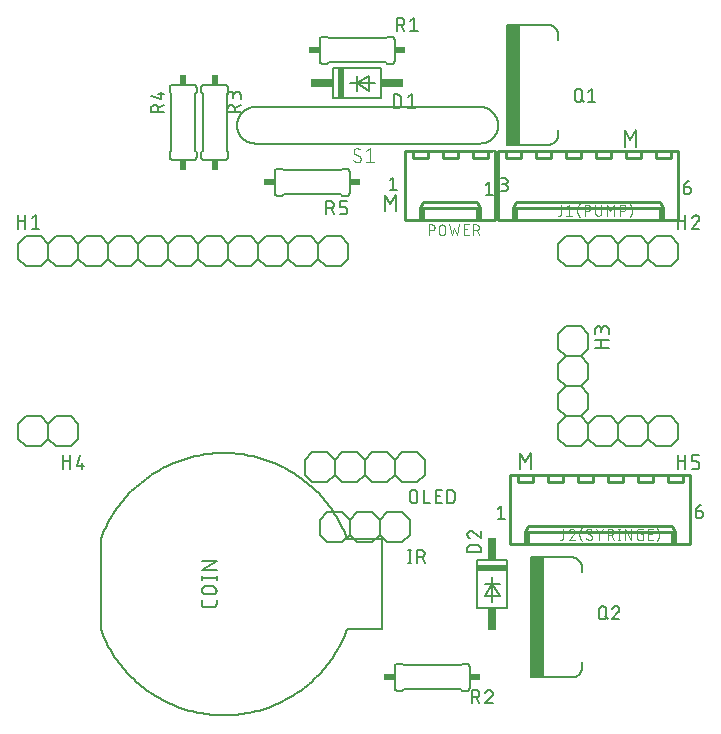
<source format=gbr>
G04 EAGLE Gerber RS-274X export*
G75*
%MOMM*%
%FSLAX34Y34*%
%LPD*%
%INSilkscreen Top*%
%IPPOS*%
%AMOC8*
5,1,8,0,0,1.08239X$1,22.5*%
G01*
%ADD10C,0.127000*%
%ADD11C,0.203200*%
%ADD12C,0.177800*%
%ADD13C,0.152400*%
%ADD14R,0.508000X2.540000*%
%ADD15R,1.905000X0.762000*%
%ADD16R,2.540000X0.508000*%
%ADD17R,0.762000X1.905000*%
%ADD18C,0.254000*%
%ADD19C,0.101600*%
%ADD20R,1.016000X10.160000*%
%ADD21R,0.863600X0.609600*%
%ADD22R,0.609600X0.863600*%


D10*
X569595Y419735D02*
X569595Y433705D01*
X574252Y425944D01*
X578908Y433705D01*
X578908Y419735D01*
X772795Y474345D02*
X772795Y488315D01*
X777452Y480554D01*
X782108Y488315D01*
X782108Y474345D01*
X683895Y215265D02*
X683895Y201295D01*
X688552Y207504D02*
X683895Y215265D01*
X688552Y207504D02*
X693208Y215265D01*
X693208Y201295D01*
D11*
X567540Y142140D02*
X537740Y142140D01*
X567540Y142140D02*
X567540Y66140D01*
X537740Y66140D01*
X328940Y66140D02*
X328940Y142140D01*
X329902Y144677D01*
X330926Y147190D01*
X332011Y149676D01*
X333156Y152136D01*
X334361Y154567D01*
X335624Y156968D01*
X336946Y159337D01*
X338326Y161673D01*
X339762Y163975D01*
X341254Y166241D01*
X342801Y168470D01*
X344401Y170661D01*
X346055Y172811D01*
X347760Y174921D01*
X349517Y176989D01*
X351324Y179013D01*
X353179Y180993D01*
X355082Y182926D01*
X357032Y184813D01*
X359027Y186651D01*
X361067Y188440D01*
X363150Y190179D01*
X365274Y191866D01*
X367439Y193502D01*
X369643Y195083D01*
X371886Y196611D01*
X374164Y198083D01*
X376478Y199500D01*
X378826Y200859D01*
X381207Y202161D01*
X383618Y203404D01*
X386059Y204588D01*
X388529Y205712D01*
X391025Y206775D01*
X393546Y207777D01*
X396091Y208718D01*
X398658Y209596D01*
X401246Y210411D01*
X403853Y211162D01*
X406477Y211850D01*
X409118Y212474D01*
X411772Y213032D01*
X414440Y213526D01*
X417119Y213955D01*
X419808Y214318D01*
X422505Y214616D01*
X425208Y214847D01*
X427916Y215013D01*
X430627Y215112D01*
X433340Y215145D01*
X436053Y215112D01*
X438764Y215013D01*
X441472Y214847D01*
X444175Y214616D01*
X446872Y214318D01*
X449561Y213955D01*
X452240Y213526D01*
X454908Y213032D01*
X457562Y212474D01*
X460203Y211850D01*
X462827Y211162D01*
X465434Y210411D01*
X468022Y209596D01*
X470589Y208718D01*
X473134Y207777D01*
X475655Y206775D01*
X478151Y205712D01*
X480621Y204588D01*
X483062Y203404D01*
X485473Y202161D01*
X487854Y200859D01*
X490202Y199500D01*
X492516Y198083D01*
X494794Y196611D01*
X497037Y195083D01*
X499241Y193502D01*
X501406Y191866D01*
X503530Y190179D01*
X505613Y188440D01*
X507653Y186651D01*
X509648Y184813D01*
X511598Y182926D01*
X513501Y180993D01*
X515356Y179013D01*
X517163Y176989D01*
X518920Y174921D01*
X520625Y172811D01*
X522279Y170661D01*
X523879Y168470D01*
X525426Y166241D01*
X526918Y163975D01*
X528354Y161673D01*
X529734Y159337D01*
X531056Y156968D01*
X532319Y154567D01*
X533524Y152136D01*
X534669Y149676D01*
X535754Y147190D01*
X536778Y144677D01*
X537740Y142140D01*
X537740Y66140D02*
X536778Y63603D01*
X535754Y61090D01*
X534669Y58604D01*
X533524Y56144D01*
X532319Y53713D01*
X531056Y51312D01*
X529734Y48943D01*
X528354Y46607D01*
X526918Y44305D01*
X525426Y42039D01*
X523879Y39810D01*
X522279Y37619D01*
X520625Y35469D01*
X518920Y33359D01*
X517163Y31291D01*
X515356Y29267D01*
X513501Y27287D01*
X511598Y25354D01*
X509648Y23467D01*
X507653Y21629D01*
X505613Y19840D01*
X503530Y18101D01*
X501406Y16414D01*
X499241Y14778D01*
X497037Y13197D01*
X494794Y11669D01*
X492516Y10197D01*
X490202Y8780D01*
X487854Y7421D01*
X485473Y6119D01*
X483062Y4876D01*
X480621Y3692D01*
X478151Y2568D01*
X475655Y1505D01*
X473134Y503D01*
X470589Y-438D01*
X468022Y-1316D01*
X465434Y-2131D01*
X462827Y-2882D01*
X460203Y-3570D01*
X457562Y-4194D01*
X454908Y-4752D01*
X452240Y-5246D01*
X449561Y-5675D01*
X446872Y-6038D01*
X444175Y-6336D01*
X441472Y-6567D01*
X438764Y-6733D01*
X436053Y-6832D01*
X433340Y-6865D01*
X430627Y-6832D01*
X427916Y-6733D01*
X425208Y-6567D01*
X422505Y-6336D01*
X419808Y-6038D01*
X417119Y-5675D01*
X414440Y-5246D01*
X411772Y-4752D01*
X409118Y-4194D01*
X406477Y-3570D01*
X403853Y-2882D01*
X401246Y-2131D01*
X398658Y-1316D01*
X396091Y-438D01*
X393546Y503D01*
X391025Y1505D01*
X388529Y2568D01*
X386059Y3692D01*
X383618Y4876D01*
X381207Y6119D01*
X378826Y7421D01*
X376478Y8780D01*
X374164Y10197D01*
X371886Y11669D01*
X369643Y13197D01*
X367439Y14778D01*
X365274Y16414D01*
X363150Y18101D01*
X361067Y19840D01*
X359027Y21629D01*
X357032Y23467D01*
X355082Y25354D01*
X353179Y27287D01*
X351324Y29267D01*
X349517Y31291D01*
X347760Y33359D01*
X346055Y35469D01*
X344401Y37619D01*
X342801Y39810D01*
X341254Y42039D01*
X339762Y44305D01*
X338326Y46607D01*
X336946Y48943D01*
X335624Y51312D01*
X334361Y53713D01*
X333156Y56144D01*
X332011Y58604D01*
X330926Y61090D01*
X329902Y63603D01*
X328940Y66140D01*
D12*
X427101Y87636D02*
X427101Y90402D01*
X427101Y87636D02*
X427099Y87533D01*
X427093Y87429D01*
X427084Y87326D01*
X427070Y87224D01*
X427053Y87122D01*
X427032Y87021D01*
X427007Y86920D01*
X426978Y86821D01*
X426946Y86722D01*
X426910Y86625D01*
X426870Y86530D01*
X426827Y86436D01*
X426780Y86344D01*
X426730Y86253D01*
X426677Y86164D01*
X426620Y86078D01*
X426561Y85993D01*
X426498Y85911D01*
X426432Y85832D01*
X426363Y85755D01*
X426291Y85680D01*
X426216Y85608D01*
X426139Y85539D01*
X426060Y85473D01*
X425978Y85410D01*
X425893Y85351D01*
X425807Y85294D01*
X425718Y85241D01*
X425627Y85191D01*
X425535Y85144D01*
X425441Y85101D01*
X425346Y85061D01*
X425249Y85025D01*
X425150Y84993D01*
X425051Y84964D01*
X424950Y84939D01*
X424849Y84918D01*
X424747Y84901D01*
X424645Y84887D01*
X424542Y84878D01*
X424438Y84872D01*
X424335Y84870D01*
X417421Y84870D01*
X417318Y84872D01*
X417214Y84878D01*
X417111Y84887D01*
X417009Y84901D01*
X416907Y84918D01*
X416806Y84939D01*
X416705Y84964D01*
X416606Y84993D01*
X416507Y85025D01*
X416410Y85061D01*
X416315Y85101D01*
X416221Y85144D01*
X416129Y85191D01*
X416038Y85241D01*
X415949Y85294D01*
X415863Y85351D01*
X415779Y85410D01*
X415696Y85473D01*
X415617Y85539D01*
X415540Y85608D01*
X415465Y85680D01*
X415393Y85755D01*
X415324Y85832D01*
X415258Y85911D01*
X415196Y85993D01*
X415136Y86078D01*
X415079Y86164D01*
X415026Y86253D01*
X414976Y86343D01*
X414929Y86436D01*
X414886Y86530D01*
X414846Y86625D01*
X414810Y86722D01*
X414778Y86821D01*
X414749Y86920D01*
X414724Y87020D01*
X414703Y87122D01*
X414686Y87224D01*
X414672Y87326D01*
X414663Y87429D01*
X414657Y87533D01*
X414655Y87636D01*
X414655Y90402D01*
X418112Y95586D02*
X423644Y95586D01*
X418112Y95586D02*
X417995Y95588D01*
X417879Y95594D01*
X417762Y95604D01*
X417646Y95618D01*
X417531Y95635D01*
X417416Y95657D01*
X417302Y95682D01*
X417189Y95711D01*
X417077Y95745D01*
X416966Y95781D01*
X416857Y95822D01*
X416749Y95866D01*
X416642Y95914D01*
X416537Y95965D01*
X416434Y96020D01*
X416333Y96079D01*
X416234Y96141D01*
X416137Y96206D01*
X416042Y96274D01*
X415950Y96345D01*
X415860Y96420D01*
X415773Y96498D01*
X415688Y96578D01*
X415606Y96661D01*
X415527Y96747D01*
X415451Y96836D01*
X415378Y96927D01*
X415308Y97020D01*
X415242Y97116D01*
X415178Y97214D01*
X415118Y97315D01*
X415061Y97417D01*
X415008Y97521D01*
X414959Y97626D01*
X414913Y97734D01*
X414870Y97842D01*
X414831Y97953D01*
X414797Y98064D01*
X414765Y98176D01*
X414738Y98290D01*
X414714Y98404D01*
X414695Y98520D01*
X414679Y98635D01*
X414667Y98751D01*
X414659Y98868D01*
X414655Y98985D01*
X414655Y99101D01*
X414659Y99218D01*
X414667Y99335D01*
X414679Y99451D01*
X414695Y99566D01*
X414714Y99682D01*
X414738Y99796D01*
X414765Y99910D01*
X414797Y100022D01*
X414831Y100133D01*
X414870Y100244D01*
X414913Y100352D01*
X414959Y100460D01*
X415008Y100565D01*
X415061Y100669D01*
X415118Y100772D01*
X415178Y100872D01*
X415242Y100970D01*
X415308Y101066D01*
X415378Y101159D01*
X415451Y101250D01*
X415527Y101339D01*
X415606Y101425D01*
X415688Y101508D01*
X415773Y101588D01*
X415860Y101666D01*
X415950Y101741D01*
X416042Y101812D01*
X416137Y101880D01*
X416234Y101945D01*
X416333Y102007D01*
X416434Y102066D01*
X416537Y102121D01*
X416642Y102172D01*
X416749Y102220D01*
X416857Y102264D01*
X416966Y102305D01*
X417077Y102341D01*
X417189Y102375D01*
X417302Y102404D01*
X417416Y102429D01*
X417531Y102451D01*
X417646Y102468D01*
X417762Y102482D01*
X417879Y102492D01*
X417995Y102498D01*
X418112Y102500D01*
X423644Y102500D01*
X423761Y102498D01*
X423877Y102492D01*
X423994Y102482D01*
X424110Y102468D01*
X424225Y102451D01*
X424340Y102429D01*
X424454Y102404D01*
X424567Y102375D01*
X424679Y102341D01*
X424790Y102305D01*
X424899Y102264D01*
X425007Y102220D01*
X425114Y102172D01*
X425219Y102121D01*
X425322Y102066D01*
X425423Y102007D01*
X425522Y101945D01*
X425619Y101880D01*
X425714Y101812D01*
X425806Y101741D01*
X425896Y101666D01*
X425983Y101588D01*
X426068Y101508D01*
X426150Y101425D01*
X426229Y101339D01*
X426305Y101250D01*
X426378Y101159D01*
X426448Y101066D01*
X426514Y100970D01*
X426578Y100872D01*
X426638Y100771D01*
X426695Y100669D01*
X426748Y100565D01*
X426797Y100460D01*
X426843Y100352D01*
X426886Y100244D01*
X426925Y100133D01*
X426959Y100022D01*
X426991Y99910D01*
X427018Y99796D01*
X427042Y99682D01*
X427061Y99566D01*
X427077Y99451D01*
X427089Y99335D01*
X427097Y99218D01*
X427101Y99101D01*
X427101Y98985D01*
X427097Y98868D01*
X427089Y98751D01*
X427077Y98635D01*
X427061Y98520D01*
X427042Y98404D01*
X427018Y98290D01*
X426991Y98176D01*
X426959Y98064D01*
X426925Y97953D01*
X426886Y97842D01*
X426843Y97734D01*
X426797Y97626D01*
X426748Y97521D01*
X426695Y97417D01*
X426638Y97314D01*
X426578Y97214D01*
X426514Y97116D01*
X426448Y97020D01*
X426378Y96927D01*
X426305Y96836D01*
X426229Y96747D01*
X426150Y96661D01*
X426068Y96578D01*
X425983Y96498D01*
X425896Y96420D01*
X425806Y96345D01*
X425714Y96274D01*
X425619Y96206D01*
X425522Y96141D01*
X425423Y96079D01*
X425322Y96020D01*
X425219Y95965D01*
X425114Y95914D01*
X425007Y95866D01*
X424899Y95822D01*
X424790Y95781D01*
X424679Y95745D01*
X424567Y95711D01*
X424454Y95682D01*
X424340Y95657D01*
X424225Y95635D01*
X424110Y95618D01*
X423994Y95604D01*
X423877Y95594D01*
X423761Y95588D01*
X423644Y95586D01*
X427101Y109284D02*
X414655Y109284D01*
X427101Y107902D02*
X427101Y110667D01*
X414655Y110667D02*
X414655Y107902D01*
X414655Y116495D02*
X427101Y116495D01*
X427101Y123410D02*
X414655Y116495D01*
X414655Y123410D02*
X427101Y123410D01*
D13*
X525780Y515620D02*
X566420Y515620D01*
X566420Y541020D01*
X525780Y541020D01*
X525780Y515620D01*
X539750Y528320D02*
X546100Y528320D01*
X556260Y534670D02*
X556260Y521970D01*
X546100Y528320D01*
X561340Y528320D01*
X556260Y534670D02*
X546100Y528320D01*
X546100Y534670D01*
X546100Y528320D02*
X546100Y521970D01*
D14*
X532130Y528320D03*
D15*
X575945Y528320D03*
X516255Y528320D03*
D10*
X577215Y518795D02*
X577215Y507365D01*
X577215Y518795D02*
X580390Y518795D01*
X580501Y518793D01*
X580611Y518787D01*
X580722Y518778D01*
X580832Y518764D01*
X580941Y518747D01*
X581050Y518726D01*
X581158Y518701D01*
X581265Y518672D01*
X581371Y518640D01*
X581476Y518604D01*
X581579Y518564D01*
X581681Y518521D01*
X581782Y518474D01*
X581881Y518423D01*
X581978Y518370D01*
X582072Y518313D01*
X582165Y518252D01*
X582256Y518189D01*
X582345Y518122D01*
X582431Y518052D01*
X582514Y517979D01*
X582596Y517904D01*
X582674Y517826D01*
X582749Y517744D01*
X582822Y517661D01*
X582892Y517575D01*
X582959Y517486D01*
X583022Y517395D01*
X583083Y517302D01*
X583140Y517208D01*
X583193Y517111D01*
X583244Y517012D01*
X583291Y516911D01*
X583334Y516809D01*
X583374Y516706D01*
X583410Y516601D01*
X583442Y516495D01*
X583471Y516388D01*
X583496Y516280D01*
X583517Y516171D01*
X583534Y516062D01*
X583548Y515952D01*
X583557Y515841D01*
X583563Y515731D01*
X583565Y515620D01*
X583565Y510540D01*
X583563Y510429D01*
X583557Y510319D01*
X583548Y510208D01*
X583534Y510098D01*
X583517Y509989D01*
X583496Y509880D01*
X583471Y509772D01*
X583442Y509665D01*
X583410Y509559D01*
X583374Y509454D01*
X583334Y509351D01*
X583291Y509249D01*
X583244Y509148D01*
X583193Y509049D01*
X583140Y508952D01*
X583083Y508858D01*
X583022Y508765D01*
X582959Y508674D01*
X582892Y508585D01*
X582822Y508499D01*
X582749Y508416D01*
X582674Y508334D01*
X582596Y508256D01*
X582514Y508181D01*
X582431Y508108D01*
X582345Y508038D01*
X582256Y507971D01*
X582165Y507908D01*
X582072Y507847D01*
X581978Y507790D01*
X581881Y507737D01*
X581782Y507686D01*
X581681Y507639D01*
X581579Y507596D01*
X581476Y507556D01*
X581371Y507520D01*
X581265Y507488D01*
X581158Y507459D01*
X581050Y507434D01*
X580941Y507413D01*
X580832Y507396D01*
X580722Y507382D01*
X580611Y507373D01*
X580501Y507367D01*
X580390Y507365D01*
X577215Y507365D01*
X589026Y516255D02*
X592201Y518795D01*
X592201Y507365D01*
X589026Y507365D02*
X595376Y507365D01*
D13*
X647700Y124460D02*
X647700Y83820D01*
X673100Y83820D01*
X673100Y124460D01*
X647700Y124460D01*
X660400Y110490D02*
X660400Y104140D01*
X666750Y93980D02*
X654050Y93980D01*
X660400Y104140D01*
X660400Y88900D01*
X666750Y93980D02*
X660400Y104140D01*
X666750Y104140D01*
X660400Y104140D02*
X654050Y104140D01*
D16*
X660400Y118110D03*
D17*
X660400Y74295D03*
X660400Y133985D03*
D10*
X650875Y131064D02*
X639445Y131064D01*
X639445Y134239D01*
X639447Y134350D01*
X639453Y134460D01*
X639462Y134571D01*
X639476Y134681D01*
X639493Y134790D01*
X639514Y134899D01*
X639539Y135007D01*
X639568Y135114D01*
X639600Y135220D01*
X639636Y135325D01*
X639676Y135428D01*
X639719Y135530D01*
X639766Y135631D01*
X639817Y135730D01*
X639870Y135827D01*
X639927Y135921D01*
X639988Y136014D01*
X640051Y136105D01*
X640118Y136194D01*
X640188Y136280D01*
X640261Y136363D01*
X640336Y136445D01*
X640414Y136523D01*
X640496Y136598D01*
X640579Y136671D01*
X640665Y136741D01*
X640754Y136808D01*
X640845Y136871D01*
X640938Y136932D01*
X641033Y136989D01*
X641129Y137042D01*
X641228Y137093D01*
X641329Y137140D01*
X641431Y137183D01*
X641534Y137223D01*
X641639Y137259D01*
X641745Y137291D01*
X641852Y137320D01*
X641960Y137345D01*
X642069Y137366D01*
X642178Y137383D01*
X642288Y137397D01*
X642399Y137406D01*
X642509Y137412D01*
X642620Y137414D01*
X647700Y137414D01*
X647811Y137412D01*
X647921Y137406D01*
X648032Y137397D01*
X648142Y137383D01*
X648251Y137366D01*
X648360Y137345D01*
X648468Y137320D01*
X648575Y137291D01*
X648681Y137259D01*
X648786Y137223D01*
X648889Y137183D01*
X648991Y137140D01*
X649092Y137093D01*
X649191Y137042D01*
X649288Y136989D01*
X649382Y136932D01*
X649475Y136871D01*
X649566Y136808D01*
X649655Y136741D01*
X649741Y136671D01*
X649824Y136598D01*
X649906Y136523D01*
X649984Y136445D01*
X650059Y136363D01*
X650132Y136280D01*
X650202Y136194D01*
X650269Y136105D01*
X650332Y136014D01*
X650393Y135921D01*
X650450Y135827D01*
X650503Y135730D01*
X650554Y135631D01*
X650601Y135530D01*
X650644Y135428D01*
X650684Y135325D01*
X650720Y135220D01*
X650752Y135114D01*
X650781Y135007D01*
X650806Y134899D01*
X650827Y134790D01*
X650844Y134681D01*
X650858Y134571D01*
X650867Y134460D01*
X650873Y134350D01*
X650875Y134239D01*
X650875Y131064D01*
X639445Y146368D02*
X639447Y146472D01*
X639453Y146577D01*
X639462Y146681D01*
X639475Y146784D01*
X639493Y146887D01*
X639513Y146989D01*
X639538Y147091D01*
X639566Y147191D01*
X639598Y147291D01*
X639634Y147389D01*
X639673Y147486D01*
X639715Y147581D01*
X639761Y147675D01*
X639811Y147767D01*
X639863Y147857D01*
X639919Y147945D01*
X639979Y148031D01*
X640041Y148115D01*
X640106Y148196D01*
X640174Y148275D01*
X640246Y148352D01*
X640319Y148425D01*
X640396Y148497D01*
X640475Y148565D01*
X640556Y148630D01*
X640640Y148692D01*
X640726Y148752D01*
X640814Y148808D01*
X640904Y148860D01*
X640996Y148910D01*
X641090Y148956D01*
X641185Y148998D01*
X641282Y149037D01*
X641380Y149073D01*
X641480Y149105D01*
X641580Y149133D01*
X641682Y149158D01*
X641784Y149178D01*
X641887Y149196D01*
X641990Y149209D01*
X642094Y149218D01*
X642199Y149224D01*
X642303Y149226D01*
X639445Y146368D02*
X639447Y146250D01*
X639453Y146131D01*
X639462Y146013D01*
X639475Y145896D01*
X639493Y145779D01*
X639513Y145662D01*
X639538Y145546D01*
X639566Y145431D01*
X639599Y145318D01*
X639634Y145205D01*
X639674Y145093D01*
X639716Y144983D01*
X639763Y144874D01*
X639813Y144766D01*
X639866Y144661D01*
X639923Y144557D01*
X639983Y144455D01*
X640046Y144355D01*
X640113Y144257D01*
X640182Y144161D01*
X640255Y144068D01*
X640331Y143977D01*
X640409Y143888D01*
X640491Y143802D01*
X640575Y143719D01*
X640661Y143638D01*
X640751Y143561D01*
X640842Y143486D01*
X640936Y143414D01*
X641033Y143345D01*
X641131Y143280D01*
X641232Y143217D01*
X641335Y143158D01*
X641439Y143102D01*
X641545Y143050D01*
X641653Y143001D01*
X641762Y142956D01*
X641873Y142914D01*
X641985Y142876D01*
X644525Y148273D02*
X644450Y148349D01*
X644371Y148424D01*
X644290Y148495D01*
X644206Y148564D01*
X644120Y148629D01*
X644032Y148691D01*
X643942Y148751D01*
X643850Y148807D01*
X643755Y148860D01*
X643659Y148909D01*
X643561Y148955D01*
X643462Y148998D01*
X643361Y149037D01*
X643259Y149072D01*
X643156Y149104D01*
X643052Y149132D01*
X642947Y149157D01*
X642840Y149178D01*
X642734Y149195D01*
X642627Y149208D01*
X642519Y149217D01*
X642411Y149223D01*
X642303Y149225D01*
X644525Y148273D02*
X650875Y142875D01*
X650875Y149225D01*
D13*
X278130Y246380D02*
X265430Y246380D01*
X278130Y246380D02*
X284480Y240030D01*
X284480Y227330D01*
X278130Y220980D01*
X259080Y227330D02*
X259080Y240030D01*
X265430Y246380D01*
X259080Y227330D02*
X265430Y220980D01*
X278130Y220980D01*
X284480Y240030D02*
X290830Y246380D01*
X303530Y246380D01*
X309880Y240030D01*
X309880Y227330D01*
X303530Y220980D01*
X290830Y220980D01*
X284480Y227330D01*
D10*
X297053Y213233D02*
X297053Y201803D01*
X297053Y208153D02*
X303403Y208153D01*
X303403Y213233D02*
X303403Y201803D01*
X308864Y204343D02*
X311404Y213233D01*
X308864Y204343D02*
X315214Y204343D01*
X313309Y206883D02*
X313309Y201803D01*
D13*
X741680Y303530D02*
X741680Y316230D01*
X741680Y303530D02*
X735330Y297180D01*
X722630Y297180D01*
X716280Y303530D01*
X735330Y297180D02*
X741680Y290830D01*
X741680Y278130D01*
X735330Y271780D01*
X722630Y271780D01*
X716280Y278130D01*
X716280Y290830D01*
X722630Y297180D01*
X722630Y322580D02*
X735330Y322580D01*
X741680Y316230D01*
X722630Y322580D02*
X716280Y316230D01*
X716280Y303530D01*
X735330Y271780D02*
X741680Y265430D01*
X741680Y252730D01*
X735330Y246380D01*
X722630Y246380D01*
X716280Y252730D01*
X716280Y265430D01*
X722630Y271780D01*
D10*
X747903Y304546D02*
X759333Y304546D01*
X752983Y304546D02*
X752983Y310896D01*
X747903Y310896D02*
X759333Y310896D01*
X759333Y316357D02*
X759333Y319532D01*
X759331Y319643D01*
X759325Y319753D01*
X759316Y319864D01*
X759302Y319974D01*
X759285Y320083D01*
X759264Y320192D01*
X759239Y320300D01*
X759210Y320407D01*
X759178Y320513D01*
X759142Y320618D01*
X759102Y320721D01*
X759059Y320823D01*
X759012Y320924D01*
X758961Y321023D01*
X758908Y321120D01*
X758851Y321214D01*
X758790Y321307D01*
X758727Y321398D01*
X758660Y321487D01*
X758590Y321573D01*
X758517Y321656D01*
X758442Y321738D01*
X758364Y321816D01*
X758282Y321891D01*
X758199Y321964D01*
X758113Y322034D01*
X758024Y322101D01*
X757933Y322164D01*
X757840Y322225D01*
X757746Y322282D01*
X757649Y322335D01*
X757550Y322386D01*
X757449Y322433D01*
X757347Y322476D01*
X757244Y322516D01*
X757139Y322552D01*
X757033Y322584D01*
X756926Y322613D01*
X756818Y322638D01*
X756709Y322659D01*
X756600Y322676D01*
X756490Y322690D01*
X756379Y322699D01*
X756269Y322705D01*
X756158Y322707D01*
X756047Y322705D01*
X755937Y322699D01*
X755826Y322690D01*
X755716Y322676D01*
X755607Y322659D01*
X755498Y322638D01*
X755390Y322613D01*
X755283Y322584D01*
X755177Y322552D01*
X755072Y322516D01*
X754969Y322476D01*
X754867Y322433D01*
X754766Y322386D01*
X754667Y322335D01*
X754571Y322282D01*
X754476Y322225D01*
X754383Y322164D01*
X754292Y322101D01*
X754203Y322034D01*
X754117Y321964D01*
X754034Y321891D01*
X753952Y321816D01*
X753874Y321738D01*
X753799Y321656D01*
X753726Y321573D01*
X753656Y321487D01*
X753589Y321398D01*
X753526Y321307D01*
X753465Y321214D01*
X753408Y321120D01*
X753355Y321023D01*
X753304Y320924D01*
X753257Y320823D01*
X753214Y320721D01*
X753174Y320618D01*
X753138Y320513D01*
X753106Y320407D01*
X753077Y320300D01*
X753052Y320192D01*
X753031Y320083D01*
X753014Y319974D01*
X753000Y319864D01*
X752991Y319753D01*
X752985Y319643D01*
X752983Y319532D01*
X747903Y320167D02*
X747903Y316357D01*
X747903Y320167D02*
X747905Y320267D01*
X747911Y320366D01*
X747921Y320466D01*
X747934Y320564D01*
X747952Y320663D01*
X747973Y320760D01*
X747998Y320856D01*
X748027Y320952D01*
X748060Y321046D01*
X748096Y321139D01*
X748136Y321230D01*
X748180Y321320D01*
X748227Y321408D01*
X748277Y321494D01*
X748331Y321578D01*
X748388Y321660D01*
X748448Y321739D01*
X748512Y321817D01*
X748578Y321891D01*
X748647Y321963D01*
X748719Y322032D01*
X748793Y322098D01*
X748871Y322162D01*
X748950Y322222D01*
X749032Y322279D01*
X749116Y322333D01*
X749202Y322383D01*
X749290Y322430D01*
X749380Y322474D01*
X749471Y322514D01*
X749564Y322550D01*
X749658Y322583D01*
X749754Y322612D01*
X749850Y322637D01*
X749947Y322658D01*
X750046Y322676D01*
X750144Y322689D01*
X750244Y322699D01*
X750343Y322705D01*
X750443Y322707D01*
X750543Y322705D01*
X750642Y322699D01*
X750742Y322689D01*
X750840Y322676D01*
X750939Y322658D01*
X751036Y322637D01*
X751132Y322612D01*
X751228Y322583D01*
X751322Y322550D01*
X751415Y322514D01*
X751506Y322474D01*
X751596Y322430D01*
X751684Y322383D01*
X751770Y322333D01*
X751854Y322279D01*
X751936Y322222D01*
X752015Y322162D01*
X752093Y322098D01*
X752167Y322032D01*
X752239Y321963D01*
X752308Y321891D01*
X752374Y321817D01*
X752438Y321739D01*
X752498Y321660D01*
X752555Y321578D01*
X752609Y321494D01*
X752659Y321408D01*
X752706Y321320D01*
X752750Y321230D01*
X752790Y321139D01*
X752826Y321046D01*
X752859Y320952D01*
X752888Y320856D01*
X752913Y320760D01*
X752934Y320663D01*
X752952Y320564D01*
X752965Y320466D01*
X752975Y320366D01*
X752981Y320267D01*
X752983Y320167D01*
X752983Y317627D01*
D13*
X584200Y139700D02*
X571500Y139700D01*
X565150Y146050D01*
X565150Y158750D01*
X571500Y165100D01*
X565150Y146050D02*
X558800Y139700D01*
X546100Y139700D01*
X539750Y146050D01*
X539750Y158750D01*
X546100Y165100D01*
X558800Y165100D01*
X565150Y158750D01*
X590550Y158750D02*
X590550Y146050D01*
X584200Y139700D01*
X590550Y158750D02*
X584200Y165100D01*
X571500Y165100D01*
X539750Y146050D02*
X533400Y139700D01*
X520700Y139700D01*
X514350Y146050D01*
X514350Y158750D01*
X520700Y165100D01*
X533400Y165100D01*
X539750Y158750D01*
D10*
X590594Y133477D02*
X590594Y122047D01*
X589324Y122047D02*
X591864Y122047D01*
X591864Y133477D02*
X589324Y133477D01*
X597027Y133477D02*
X597027Y122047D01*
X597027Y133477D02*
X600202Y133477D01*
X600313Y133475D01*
X600423Y133469D01*
X600534Y133460D01*
X600644Y133446D01*
X600753Y133429D01*
X600862Y133408D01*
X600970Y133383D01*
X601077Y133354D01*
X601183Y133322D01*
X601288Y133286D01*
X601391Y133246D01*
X601493Y133203D01*
X601594Y133156D01*
X601693Y133105D01*
X601790Y133052D01*
X601884Y132995D01*
X601977Y132934D01*
X602068Y132871D01*
X602157Y132804D01*
X602243Y132734D01*
X602326Y132661D01*
X602408Y132586D01*
X602486Y132508D01*
X602561Y132426D01*
X602634Y132343D01*
X602704Y132257D01*
X602771Y132168D01*
X602834Y132077D01*
X602895Y131984D01*
X602952Y131889D01*
X603005Y131793D01*
X603056Y131694D01*
X603103Y131593D01*
X603146Y131491D01*
X603186Y131388D01*
X603222Y131283D01*
X603254Y131177D01*
X603283Y131070D01*
X603308Y130962D01*
X603329Y130853D01*
X603346Y130744D01*
X603360Y130634D01*
X603369Y130523D01*
X603375Y130413D01*
X603377Y130302D01*
X603375Y130191D01*
X603369Y130081D01*
X603360Y129970D01*
X603346Y129860D01*
X603329Y129751D01*
X603308Y129642D01*
X603283Y129534D01*
X603254Y129427D01*
X603222Y129321D01*
X603186Y129216D01*
X603146Y129113D01*
X603103Y129011D01*
X603056Y128910D01*
X603005Y128811D01*
X602952Y128714D01*
X602895Y128620D01*
X602834Y128527D01*
X602771Y128436D01*
X602704Y128347D01*
X602634Y128261D01*
X602561Y128178D01*
X602486Y128096D01*
X602408Y128018D01*
X602326Y127943D01*
X602243Y127870D01*
X602157Y127800D01*
X602068Y127733D01*
X601977Y127670D01*
X601884Y127609D01*
X601790Y127552D01*
X601693Y127499D01*
X601594Y127448D01*
X601493Y127401D01*
X601391Y127358D01*
X601288Y127318D01*
X601183Y127282D01*
X601077Y127250D01*
X600970Y127221D01*
X600862Y127196D01*
X600753Y127175D01*
X600644Y127158D01*
X600534Y127144D01*
X600423Y127135D01*
X600313Y127129D01*
X600202Y127127D01*
X597027Y127127D01*
X600837Y127127D02*
X603377Y122047D01*
X805180Y412750D02*
X805180Y416560D01*
D18*
X817880Y412750D02*
X817880Y441960D01*
X817880Y412750D02*
X805180Y412750D01*
X802640Y412750D01*
X741680Y412750D01*
X665480Y412750D02*
X665480Y441960D01*
X665480Y412750D02*
X741680Y412750D01*
X817880Y441960D02*
X817880Y471170D01*
X742950Y471170D01*
X665480Y471170D02*
X665480Y441960D01*
X665480Y471170D02*
X742950Y471170D01*
X811530Y471170D02*
X815340Y471170D01*
X811530Y471170D02*
X811530Y464820D01*
X798830Y464820D01*
X798830Y471170D01*
X786130Y471170D01*
X786130Y464820D01*
X773430Y464820D01*
X773430Y471170D01*
X760730Y471170D01*
X760730Y464820D01*
X748030Y464820D01*
X748030Y471170D01*
X735330Y471170D01*
X735330Y464820D01*
X722630Y464820D01*
X722630Y471170D01*
X709930Y471170D01*
X709930Y464820D01*
X697230Y464820D01*
X697230Y471170D01*
X684530Y471170D01*
X684530Y464820D01*
X671830Y464820D01*
X671830Y471170D01*
X665480Y471170D01*
X805180Y422910D02*
X805180Y412750D01*
X805180Y422910D02*
X802640Y422910D01*
X680720Y422910D01*
X678180Y422910D01*
X678180Y412750D01*
X802640Y427990D02*
X805180Y422910D01*
X802640Y422910D02*
X802640Y412750D01*
X802640Y427990D02*
X680720Y427990D01*
X678180Y422910D01*
X680720Y422910D02*
X680720Y412750D01*
D12*
X654982Y442215D02*
X658016Y444642D01*
X658016Y433720D01*
X654982Y433720D02*
X661050Y433720D01*
X822622Y440550D02*
X826263Y440550D01*
X826361Y440548D01*
X826458Y440542D01*
X826556Y440532D01*
X826652Y440519D01*
X826748Y440501D01*
X826844Y440479D01*
X826938Y440454D01*
X827032Y440425D01*
X827124Y440392D01*
X827214Y440356D01*
X827303Y440316D01*
X827391Y440272D01*
X827477Y440225D01*
X827560Y440174D01*
X827642Y440120D01*
X827721Y440063D01*
X827798Y440003D01*
X827872Y439940D01*
X827944Y439873D01*
X828013Y439804D01*
X828080Y439732D01*
X828143Y439658D01*
X828203Y439581D01*
X828260Y439502D01*
X828314Y439420D01*
X828365Y439337D01*
X828412Y439251D01*
X828456Y439163D01*
X828496Y439074D01*
X828532Y438984D01*
X828565Y438892D01*
X828594Y438798D01*
X828619Y438704D01*
X828641Y438608D01*
X828659Y438512D01*
X828672Y438416D01*
X828682Y438318D01*
X828688Y438221D01*
X828690Y438123D01*
X828690Y437516D01*
X828688Y437408D01*
X828682Y437300D01*
X828673Y437192D01*
X828659Y437084D01*
X828642Y436977D01*
X828621Y436871D01*
X828596Y436766D01*
X828567Y436661D01*
X828535Y436558D01*
X828499Y436456D01*
X828459Y436355D01*
X828416Y436256D01*
X828369Y436158D01*
X828319Y436062D01*
X828265Y435968D01*
X828208Y435876D01*
X828148Y435786D01*
X828085Y435698D01*
X828018Y435612D01*
X827949Y435529D01*
X827877Y435449D01*
X827801Y435371D01*
X827723Y435295D01*
X827643Y435223D01*
X827560Y435154D01*
X827474Y435087D01*
X827386Y435024D01*
X827296Y434964D01*
X827204Y434907D01*
X827110Y434853D01*
X827014Y434803D01*
X826916Y434756D01*
X826817Y434713D01*
X826716Y434673D01*
X826614Y434637D01*
X826511Y434605D01*
X826406Y434576D01*
X826301Y434551D01*
X826195Y434530D01*
X826088Y434513D01*
X825980Y434499D01*
X825872Y434490D01*
X825764Y434484D01*
X825656Y434482D01*
X825548Y434484D01*
X825440Y434490D01*
X825332Y434499D01*
X825224Y434513D01*
X825117Y434530D01*
X825011Y434551D01*
X824906Y434576D01*
X824801Y434605D01*
X824698Y434637D01*
X824596Y434673D01*
X824495Y434713D01*
X824396Y434756D01*
X824298Y434803D01*
X824202Y434853D01*
X824108Y434907D01*
X824016Y434964D01*
X823926Y435024D01*
X823838Y435087D01*
X823752Y435154D01*
X823669Y435223D01*
X823589Y435295D01*
X823511Y435371D01*
X823435Y435449D01*
X823363Y435529D01*
X823294Y435612D01*
X823227Y435698D01*
X823164Y435786D01*
X823104Y435876D01*
X823047Y435968D01*
X822993Y436062D01*
X822943Y436158D01*
X822896Y436256D01*
X822853Y436355D01*
X822813Y436456D01*
X822777Y436558D01*
X822745Y436661D01*
X822716Y436766D01*
X822691Y436871D01*
X822670Y436977D01*
X822653Y437084D01*
X822639Y437192D01*
X822630Y437300D01*
X822624Y437408D01*
X822622Y437516D01*
X822622Y440550D01*
X822623Y440550D02*
X822625Y440689D01*
X822631Y440827D01*
X822641Y440965D01*
X822655Y441103D01*
X822672Y441241D01*
X822694Y441378D01*
X822720Y441514D01*
X822749Y441649D01*
X822782Y441784D01*
X822820Y441918D01*
X822861Y442050D01*
X822905Y442181D01*
X822954Y442311D01*
X823006Y442440D01*
X823062Y442566D01*
X823121Y442692D01*
X823184Y442815D01*
X823250Y442937D01*
X823320Y443057D01*
X823394Y443174D01*
X823470Y443290D01*
X823550Y443403D01*
X823633Y443514D01*
X823719Y443623D01*
X823809Y443729D01*
X823901Y443832D01*
X823996Y443933D01*
X824094Y444031D01*
X824195Y444126D01*
X824298Y444218D01*
X824404Y444308D01*
X824513Y444394D01*
X824624Y444477D01*
X824737Y444557D01*
X824853Y444633D01*
X824970Y444707D01*
X825090Y444777D01*
X825212Y444843D01*
X825335Y444906D01*
X825461Y444965D01*
X825587Y445021D01*
X825716Y445073D01*
X825846Y445122D01*
X825977Y445166D01*
X826109Y445207D01*
X826243Y445245D01*
X826378Y445278D01*
X826513Y445307D01*
X826649Y445333D01*
X826786Y445355D01*
X826924Y445372D01*
X827062Y445386D01*
X827200Y445396D01*
X827338Y445402D01*
X827477Y445404D01*
D19*
X719026Y425211D02*
X719026Y418099D01*
X719024Y418010D01*
X719018Y417922D01*
X719009Y417834D01*
X718995Y417746D01*
X718978Y417659D01*
X718957Y417573D01*
X718932Y417488D01*
X718903Y417404D01*
X718871Y417321D01*
X718836Y417240D01*
X718796Y417161D01*
X718754Y417083D01*
X718708Y417007D01*
X718659Y416933D01*
X718606Y416862D01*
X718551Y416793D01*
X718492Y416726D01*
X718431Y416662D01*
X718367Y416601D01*
X718300Y416542D01*
X718231Y416487D01*
X718160Y416434D01*
X718086Y416385D01*
X718010Y416339D01*
X717932Y416297D01*
X717853Y416257D01*
X717772Y416222D01*
X717689Y416190D01*
X717605Y416161D01*
X717520Y416136D01*
X717434Y416115D01*
X717347Y416098D01*
X717259Y416084D01*
X717171Y416075D01*
X717083Y416069D01*
X716994Y416067D01*
X715978Y416067D01*
X723353Y423179D02*
X725893Y425211D01*
X725893Y416067D01*
X723353Y416067D02*
X728433Y416067D01*
X732523Y420639D02*
X732526Y420848D01*
X732533Y421057D01*
X732546Y421266D01*
X732563Y421475D01*
X732586Y421683D01*
X732613Y421890D01*
X732646Y422097D01*
X732684Y422303D01*
X732726Y422508D01*
X732773Y422712D01*
X732826Y422914D01*
X732883Y423115D01*
X732945Y423315D01*
X733012Y423514D01*
X733083Y423710D01*
X733159Y423905D01*
X733240Y424098D01*
X733326Y424289D01*
X733416Y424478D01*
X733510Y424665D01*
X733609Y424849D01*
X733713Y425031D01*
X733821Y425210D01*
X733933Y425387D01*
X734049Y425561D01*
X734170Y425732D01*
X734294Y425900D01*
X734423Y426065D01*
X734555Y426227D01*
X732523Y420639D02*
X732526Y420430D01*
X732533Y420221D01*
X732546Y420012D01*
X732563Y419803D01*
X732586Y419595D01*
X732613Y419388D01*
X732646Y419181D01*
X732684Y418975D01*
X732726Y418770D01*
X732773Y418566D01*
X732826Y418364D01*
X732883Y418163D01*
X732945Y417963D01*
X733012Y417764D01*
X733083Y417568D01*
X733159Y417373D01*
X733240Y417180D01*
X733326Y416989D01*
X733416Y416800D01*
X733510Y416613D01*
X733609Y416429D01*
X733713Y416247D01*
X733821Y416068D01*
X733933Y415891D01*
X734049Y415717D01*
X734170Y415546D01*
X734294Y415378D01*
X734423Y415213D01*
X734555Y415051D01*
X738745Y416067D02*
X738745Y425211D01*
X741285Y425211D01*
X741385Y425209D01*
X741484Y425203D01*
X741584Y425193D01*
X741682Y425180D01*
X741781Y425162D01*
X741878Y425141D01*
X741974Y425116D01*
X742070Y425087D01*
X742164Y425054D01*
X742257Y425018D01*
X742348Y424978D01*
X742438Y424934D01*
X742526Y424887D01*
X742612Y424837D01*
X742696Y424783D01*
X742778Y424726D01*
X742857Y424666D01*
X742935Y424602D01*
X743009Y424536D01*
X743081Y424467D01*
X743150Y424395D01*
X743216Y424321D01*
X743280Y424243D01*
X743340Y424164D01*
X743397Y424082D01*
X743451Y423998D01*
X743501Y423912D01*
X743548Y423824D01*
X743592Y423734D01*
X743632Y423643D01*
X743668Y423550D01*
X743701Y423456D01*
X743730Y423360D01*
X743755Y423264D01*
X743776Y423167D01*
X743794Y423068D01*
X743807Y422970D01*
X743817Y422870D01*
X743823Y422771D01*
X743825Y422671D01*
X743823Y422571D01*
X743817Y422472D01*
X743807Y422372D01*
X743794Y422274D01*
X743776Y422175D01*
X743755Y422078D01*
X743730Y421982D01*
X743701Y421886D01*
X743668Y421792D01*
X743632Y421699D01*
X743592Y421608D01*
X743548Y421518D01*
X743501Y421430D01*
X743451Y421344D01*
X743397Y421260D01*
X743340Y421178D01*
X743280Y421099D01*
X743216Y421021D01*
X743150Y420947D01*
X743081Y420875D01*
X743009Y420806D01*
X742935Y420740D01*
X742857Y420676D01*
X742778Y420616D01*
X742696Y420559D01*
X742612Y420505D01*
X742526Y420455D01*
X742438Y420408D01*
X742348Y420364D01*
X742257Y420324D01*
X742164Y420288D01*
X742070Y420255D01*
X741974Y420226D01*
X741878Y420201D01*
X741781Y420180D01*
X741682Y420162D01*
X741584Y420149D01*
X741484Y420139D01*
X741385Y420133D01*
X741285Y420131D01*
X738745Y420131D01*
X747737Y418607D02*
X747737Y425211D01*
X747737Y418607D02*
X747739Y418507D01*
X747745Y418408D01*
X747755Y418308D01*
X747768Y418210D01*
X747786Y418111D01*
X747807Y418014D01*
X747832Y417918D01*
X747861Y417822D01*
X747894Y417728D01*
X747930Y417635D01*
X747970Y417544D01*
X748014Y417454D01*
X748061Y417366D01*
X748111Y417280D01*
X748165Y417196D01*
X748222Y417114D01*
X748282Y417035D01*
X748346Y416957D01*
X748412Y416883D01*
X748481Y416811D01*
X748553Y416742D01*
X748627Y416676D01*
X748705Y416612D01*
X748784Y416552D01*
X748866Y416495D01*
X748950Y416441D01*
X749036Y416391D01*
X749124Y416344D01*
X749214Y416300D01*
X749305Y416260D01*
X749398Y416224D01*
X749492Y416191D01*
X749588Y416162D01*
X749684Y416137D01*
X749781Y416116D01*
X749880Y416098D01*
X749978Y416085D01*
X750078Y416075D01*
X750177Y416069D01*
X750277Y416067D01*
X750377Y416069D01*
X750476Y416075D01*
X750576Y416085D01*
X750674Y416098D01*
X750773Y416116D01*
X750870Y416137D01*
X750966Y416162D01*
X751062Y416191D01*
X751156Y416224D01*
X751249Y416260D01*
X751340Y416300D01*
X751430Y416344D01*
X751518Y416391D01*
X751604Y416441D01*
X751688Y416495D01*
X751770Y416552D01*
X751849Y416612D01*
X751927Y416676D01*
X752001Y416742D01*
X752073Y416811D01*
X752142Y416883D01*
X752208Y416957D01*
X752272Y417035D01*
X752332Y417114D01*
X752389Y417196D01*
X752443Y417280D01*
X752493Y417366D01*
X752540Y417454D01*
X752584Y417544D01*
X752624Y417635D01*
X752660Y417728D01*
X752693Y417822D01*
X752722Y417918D01*
X752747Y418014D01*
X752768Y418111D01*
X752786Y418210D01*
X752799Y418308D01*
X752809Y418408D01*
X752815Y418507D01*
X752817Y418607D01*
X752817Y425211D01*
X757592Y425211D02*
X757592Y416067D01*
X760640Y420131D02*
X757592Y425211D01*
X760640Y420131D02*
X763688Y425211D01*
X763688Y416067D01*
X768616Y416067D02*
X768616Y425211D01*
X771156Y425211D01*
X771256Y425209D01*
X771355Y425203D01*
X771455Y425193D01*
X771553Y425180D01*
X771652Y425162D01*
X771749Y425141D01*
X771845Y425116D01*
X771941Y425087D01*
X772035Y425054D01*
X772128Y425018D01*
X772219Y424978D01*
X772309Y424934D01*
X772397Y424887D01*
X772483Y424837D01*
X772567Y424783D01*
X772649Y424726D01*
X772728Y424666D01*
X772806Y424602D01*
X772880Y424536D01*
X772952Y424467D01*
X773021Y424395D01*
X773087Y424321D01*
X773151Y424243D01*
X773211Y424164D01*
X773268Y424082D01*
X773322Y423998D01*
X773372Y423912D01*
X773419Y423824D01*
X773463Y423734D01*
X773503Y423643D01*
X773539Y423550D01*
X773572Y423456D01*
X773601Y423360D01*
X773626Y423264D01*
X773647Y423167D01*
X773665Y423068D01*
X773678Y422970D01*
X773688Y422870D01*
X773694Y422771D01*
X773696Y422671D01*
X773694Y422571D01*
X773688Y422472D01*
X773678Y422372D01*
X773665Y422274D01*
X773647Y422175D01*
X773626Y422078D01*
X773601Y421982D01*
X773572Y421886D01*
X773539Y421792D01*
X773503Y421699D01*
X773463Y421608D01*
X773419Y421518D01*
X773372Y421430D01*
X773322Y421344D01*
X773268Y421260D01*
X773211Y421178D01*
X773151Y421099D01*
X773087Y421021D01*
X773021Y420947D01*
X772952Y420875D01*
X772880Y420806D01*
X772806Y420740D01*
X772728Y420676D01*
X772649Y420616D01*
X772567Y420559D01*
X772483Y420505D01*
X772397Y420455D01*
X772309Y420408D01*
X772219Y420364D01*
X772128Y420324D01*
X772035Y420288D01*
X771941Y420255D01*
X771845Y420226D01*
X771749Y420201D01*
X771652Y420180D01*
X771553Y420162D01*
X771455Y420149D01*
X771355Y420139D01*
X771256Y420133D01*
X771156Y420131D01*
X768616Y420131D01*
X776972Y415051D02*
X777104Y415213D01*
X777233Y415378D01*
X777357Y415546D01*
X777478Y415717D01*
X777594Y415891D01*
X777706Y416068D01*
X777814Y416247D01*
X777918Y416429D01*
X778017Y416613D01*
X778111Y416800D01*
X778201Y416989D01*
X778287Y417180D01*
X778368Y417373D01*
X778444Y417568D01*
X778515Y417764D01*
X778582Y417963D01*
X778644Y418163D01*
X778701Y418364D01*
X778754Y418566D01*
X778801Y418770D01*
X778843Y418975D01*
X778881Y419181D01*
X778914Y419388D01*
X778941Y419595D01*
X778964Y419803D01*
X778981Y420012D01*
X778994Y420221D01*
X779001Y420430D01*
X779004Y420639D01*
X779001Y420848D01*
X778994Y421057D01*
X778981Y421266D01*
X778964Y421475D01*
X778941Y421683D01*
X778914Y421890D01*
X778881Y422097D01*
X778843Y422303D01*
X778801Y422508D01*
X778754Y422712D01*
X778701Y422914D01*
X778644Y423115D01*
X778582Y423315D01*
X778515Y423514D01*
X778444Y423710D01*
X778368Y423905D01*
X778287Y424098D01*
X778201Y424289D01*
X778111Y424478D01*
X778017Y424665D01*
X777918Y424849D01*
X777814Y425031D01*
X777706Y425210D01*
X777594Y425387D01*
X777478Y425561D01*
X777357Y425732D01*
X777233Y425900D01*
X777104Y426065D01*
X776972Y426227D01*
D10*
X815340Y142240D02*
X815340Y138430D01*
D18*
X828040Y138430D02*
X828040Y167640D01*
X828040Y138430D02*
X815340Y138430D01*
X812800Y138430D01*
X751840Y138430D01*
X675640Y138430D02*
X675640Y167640D01*
X675640Y138430D02*
X751840Y138430D01*
X828040Y167640D02*
X828040Y196850D01*
X753110Y196850D01*
X675640Y196850D02*
X675640Y167640D01*
X675640Y196850D02*
X753110Y196850D01*
X821690Y196850D02*
X825500Y196850D01*
X821690Y196850D02*
X821690Y190500D01*
X808990Y190500D01*
X808990Y196850D01*
X796290Y196850D01*
X796290Y190500D01*
X783590Y190500D01*
X783590Y196850D01*
X770890Y196850D01*
X770890Y190500D01*
X758190Y190500D01*
X758190Y196850D01*
X745490Y196850D01*
X745490Y190500D01*
X732790Y190500D01*
X732790Y196850D01*
X720090Y196850D01*
X720090Y190500D01*
X707390Y190500D01*
X707390Y196850D01*
X694690Y196850D01*
X694690Y190500D01*
X681990Y190500D01*
X681990Y196850D01*
X675640Y196850D01*
X815340Y148590D02*
X815340Y138430D01*
X815340Y148590D02*
X812800Y148590D01*
X690880Y148590D01*
X688340Y148590D01*
X688340Y138430D01*
X812800Y153670D02*
X815340Y148590D01*
X812800Y148590D02*
X812800Y138430D01*
X812800Y153670D02*
X690880Y153670D01*
X688340Y148590D01*
X690880Y148590D02*
X690880Y138430D01*
D12*
X665142Y167895D02*
X668176Y170322D01*
X668176Y159400D01*
X665142Y159400D02*
X671210Y159400D01*
X832782Y166230D02*
X836423Y166230D01*
X836521Y166228D01*
X836618Y166222D01*
X836716Y166212D01*
X836812Y166199D01*
X836908Y166181D01*
X837004Y166159D01*
X837098Y166134D01*
X837192Y166105D01*
X837284Y166072D01*
X837374Y166036D01*
X837463Y165996D01*
X837551Y165952D01*
X837637Y165905D01*
X837720Y165854D01*
X837802Y165800D01*
X837881Y165743D01*
X837958Y165683D01*
X838032Y165620D01*
X838104Y165553D01*
X838173Y165484D01*
X838240Y165412D01*
X838303Y165338D01*
X838363Y165261D01*
X838420Y165182D01*
X838474Y165100D01*
X838525Y165017D01*
X838572Y164931D01*
X838616Y164843D01*
X838656Y164754D01*
X838692Y164664D01*
X838725Y164572D01*
X838754Y164478D01*
X838779Y164384D01*
X838801Y164288D01*
X838819Y164192D01*
X838832Y164096D01*
X838842Y163998D01*
X838848Y163901D01*
X838850Y163803D01*
X838850Y163196D01*
X838848Y163088D01*
X838842Y162980D01*
X838833Y162872D01*
X838819Y162764D01*
X838802Y162657D01*
X838781Y162551D01*
X838756Y162446D01*
X838727Y162341D01*
X838695Y162238D01*
X838659Y162136D01*
X838619Y162035D01*
X838576Y161936D01*
X838529Y161838D01*
X838479Y161742D01*
X838425Y161648D01*
X838368Y161556D01*
X838308Y161466D01*
X838245Y161378D01*
X838178Y161292D01*
X838109Y161209D01*
X838037Y161129D01*
X837961Y161051D01*
X837883Y160975D01*
X837803Y160903D01*
X837720Y160834D01*
X837634Y160767D01*
X837546Y160704D01*
X837456Y160644D01*
X837364Y160587D01*
X837270Y160533D01*
X837174Y160483D01*
X837076Y160436D01*
X836977Y160393D01*
X836876Y160353D01*
X836774Y160317D01*
X836671Y160285D01*
X836566Y160256D01*
X836461Y160231D01*
X836355Y160210D01*
X836248Y160193D01*
X836140Y160179D01*
X836032Y160170D01*
X835924Y160164D01*
X835816Y160162D01*
X835708Y160164D01*
X835600Y160170D01*
X835492Y160179D01*
X835384Y160193D01*
X835277Y160210D01*
X835171Y160231D01*
X835066Y160256D01*
X834961Y160285D01*
X834858Y160317D01*
X834756Y160353D01*
X834655Y160393D01*
X834556Y160436D01*
X834458Y160483D01*
X834362Y160533D01*
X834268Y160587D01*
X834176Y160644D01*
X834086Y160704D01*
X833998Y160767D01*
X833912Y160834D01*
X833829Y160903D01*
X833749Y160975D01*
X833671Y161051D01*
X833595Y161129D01*
X833523Y161209D01*
X833454Y161292D01*
X833387Y161378D01*
X833324Y161466D01*
X833264Y161556D01*
X833207Y161648D01*
X833153Y161742D01*
X833103Y161838D01*
X833056Y161936D01*
X833013Y162035D01*
X832973Y162136D01*
X832937Y162238D01*
X832905Y162341D01*
X832876Y162446D01*
X832851Y162551D01*
X832830Y162657D01*
X832813Y162764D01*
X832799Y162872D01*
X832790Y162980D01*
X832784Y163088D01*
X832782Y163196D01*
X832782Y166230D01*
X832783Y166230D02*
X832785Y166369D01*
X832791Y166507D01*
X832801Y166645D01*
X832815Y166783D01*
X832832Y166921D01*
X832854Y167058D01*
X832880Y167194D01*
X832909Y167329D01*
X832942Y167464D01*
X832980Y167598D01*
X833021Y167730D01*
X833065Y167861D01*
X833114Y167991D01*
X833166Y168120D01*
X833222Y168246D01*
X833281Y168372D01*
X833344Y168495D01*
X833410Y168617D01*
X833480Y168737D01*
X833554Y168854D01*
X833630Y168970D01*
X833710Y169083D01*
X833793Y169194D01*
X833879Y169303D01*
X833969Y169409D01*
X834061Y169512D01*
X834156Y169613D01*
X834254Y169711D01*
X834355Y169806D01*
X834458Y169898D01*
X834564Y169988D01*
X834673Y170074D01*
X834784Y170157D01*
X834897Y170237D01*
X835013Y170313D01*
X835130Y170387D01*
X835250Y170457D01*
X835372Y170523D01*
X835495Y170586D01*
X835621Y170645D01*
X835747Y170701D01*
X835876Y170753D01*
X836006Y170802D01*
X836137Y170846D01*
X836269Y170887D01*
X836403Y170925D01*
X836538Y170958D01*
X836673Y170987D01*
X836809Y171013D01*
X836946Y171035D01*
X837084Y171052D01*
X837222Y171066D01*
X837360Y171076D01*
X837498Y171082D01*
X837637Y171084D01*
D19*
X720855Y150891D02*
X720855Y143779D01*
X720853Y143690D01*
X720847Y143602D01*
X720838Y143514D01*
X720824Y143426D01*
X720807Y143339D01*
X720786Y143253D01*
X720761Y143168D01*
X720732Y143084D01*
X720700Y143001D01*
X720665Y142920D01*
X720625Y142841D01*
X720583Y142763D01*
X720537Y142687D01*
X720488Y142613D01*
X720435Y142542D01*
X720380Y142473D01*
X720321Y142406D01*
X720260Y142342D01*
X720196Y142281D01*
X720129Y142222D01*
X720060Y142167D01*
X719989Y142114D01*
X719915Y142065D01*
X719839Y142019D01*
X719761Y141977D01*
X719682Y141937D01*
X719601Y141902D01*
X719518Y141870D01*
X719434Y141841D01*
X719349Y141816D01*
X719263Y141795D01*
X719176Y141778D01*
X719088Y141764D01*
X719000Y141755D01*
X718912Y141749D01*
X718823Y141747D01*
X717807Y141747D01*
X727976Y150891D02*
X728070Y150889D01*
X728165Y150883D01*
X728259Y150873D01*
X728352Y150860D01*
X728445Y150842D01*
X728537Y150821D01*
X728628Y150796D01*
X728718Y150767D01*
X728807Y150735D01*
X728894Y150698D01*
X728980Y150659D01*
X729064Y150615D01*
X729146Y150569D01*
X729226Y150519D01*
X729304Y150465D01*
X729380Y150409D01*
X729453Y150349D01*
X729524Y150287D01*
X729592Y150221D01*
X729658Y150153D01*
X729720Y150082D01*
X729780Y150009D01*
X729836Y149933D01*
X729890Y149855D01*
X729940Y149775D01*
X729986Y149693D01*
X730030Y149609D01*
X730069Y149523D01*
X730106Y149436D01*
X730138Y149347D01*
X730167Y149257D01*
X730192Y149166D01*
X730213Y149074D01*
X730231Y148981D01*
X730244Y148888D01*
X730254Y148794D01*
X730260Y148699D01*
X730262Y148605D01*
X727976Y150891D02*
X727870Y150889D01*
X727765Y150883D01*
X727660Y150874D01*
X727555Y150861D01*
X727451Y150844D01*
X727348Y150823D01*
X727245Y150799D01*
X727143Y150770D01*
X727043Y150739D01*
X726943Y150703D01*
X726845Y150665D01*
X726749Y150622D01*
X726653Y150576D01*
X726560Y150527D01*
X726469Y150475D01*
X726379Y150419D01*
X726291Y150360D01*
X726206Y150298D01*
X726123Y150233D01*
X726042Y150165D01*
X725964Y150094D01*
X725889Y150020D01*
X725816Y149944D01*
X725746Y149865D01*
X725679Y149784D01*
X725614Y149700D01*
X725553Y149614D01*
X725495Y149526D01*
X725440Y149436D01*
X725389Y149344D01*
X725340Y149250D01*
X725295Y149154D01*
X725254Y149057D01*
X725216Y148959D01*
X725182Y148859D01*
X729500Y146827D02*
X729567Y146894D01*
X729632Y146963D01*
X729694Y147035D01*
X729753Y147108D01*
X729809Y147185D01*
X729863Y147263D01*
X729913Y147343D01*
X729960Y147425D01*
X730004Y147509D01*
X730044Y147595D01*
X730082Y147682D01*
X730116Y147770D01*
X730146Y147860D01*
X730173Y147950D01*
X730197Y148042D01*
X730217Y148135D01*
X730233Y148228D01*
X730246Y148322D01*
X730255Y148416D01*
X730260Y148510D01*
X730262Y148605D01*
X729500Y146827D02*
X725182Y141747D01*
X730262Y141747D01*
X734352Y146319D02*
X734355Y146528D01*
X734362Y146737D01*
X734375Y146946D01*
X734392Y147155D01*
X734415Y147363D01*
X734442Y147570D01*
X734475Y147777D01*
X734513Y147983D01*
X734555Y148188D01*
X734602Y148392D01*
X734655Y148594D01*
X734712Y148795D01*
X734774Y148995D01*
X734841Y149194D01*
X734912Y149390D01*
X734988Y149585D01*
X735069Y149778D01*
X735155Y149969D01*
X735245Y150158D01*
X735339Y150345D01*
X735438Y150529D01*
X735542Y150711D01*
X735650Y150890D01*
X735762Y151067D01*
X735878Y151241D01*
X735999Y151412D01*
X736123Y151580D01*
X736252Y151745D01*
X736384Y151907D01*
X734352Y146319D02*
X734355Y146110D01*
X734362Y145901D01*
X734375Y145692D01*
X734392Y145483D01*
X734415Y145275D01*
X734442Y145068D01*
X734475Y144861D01*
X734513Y144655D01*
X734555Y144450D01*
X734602Y144246D01*
X734655Y144044D01*
X734712Y143843D01*
X734774Y143643D01*
X734841Y143444D01*
X734912Y143248D01*
X734988Y143053D01*
X735069Y142860D01*
X735155Y142669D01*
X735245Y142480D01*
X735339Y142293D01*
X735438Y142109D01*
X735542Y141927D01*
X735650Y141748D01*
X735762Y141571D01*
X735878Y141397D01*
X735999Y141226D01*
X736123Y141058D01*
X736252Y140893D01*
X736384Y140731D01*
X742860Y141747D02*
X742949Y141749D01*
X743037Y141755D01*
X743125Y141764D01*
X743213Y141778D01*
X743300Y141795D01*
X743386Y141816D01*
X743471Y141841D01*
X743555Y141870D01*
X743638Y141902D01*
X743719Y141937D01*
X743798Y141977D01*
X743876Y142019D01*
X743952Y142065D01*
X744026Y142114D01*
X744097Y142167D01*
X744166Y142222D01*
X744233Y142281D01*
X744297Y142342D01*
X744358Y142406D01*
X744417Y142473D01*
X744472Y142542D01*
X744525Y142613D01*
X744574Y142687D01*
X744620Y142763D01*
X744662Y142841D01*
X744702Y142920D01*
X744737Y143001D01*
X744769Y143084D01*
X744798Y143168D01*
X744823Y143253D01*
X744844Y143339D01*
X744861Y143426D01*
X744875Y143514D01*
X744884Y143602D01*
X744890Y143690D01*
X744892Y143779D01*
X742860Y141747D02*
X742730Y141749D01*
X742599Y141755D01*
X742469Y141765D01*
X742340Y141779D01*
X742211Y141796D01*
X742082Y141818D01*
X741954Y141844D01*
X741827Y141873D01*
X741701Y141906D01*
X741576Y141943D01*
X741452Y141984D01*
X741330Y142029D01*
X741209Y142077D01*
X741089Y142129D01*
X740971Y142185D01*
X740855Y142244D01*
X740741Y142307D01*
X740628Y142373D01*
X740518Y142442D01*
X740410Y142515D01*
X740304Y142591D01*
X740200Y142670D01*
X740099Y142752D01*
X740001Y142838D01*
X739905Y142926D01*
X739812Y143017D01*
X740066Y148859D02*
X740068Y148948D01*
X740074Y149036D01*
X740083Y149124D01*
X740097Y149212D01*
X740114Y149299D01*
X740135Y149385D01*
X740160Y149470D01*
X740189Y149554D01*
X740221Y149637D01*
X740256Y149718D01*
X740296Y149797D01*
X740338Y149875D01*
X740384Y149951D01*
X740433Y150025D01*
X740486Y150096D01*
X740541Y150165D01*
X740600Y150232D01*
X740661Y150296D01*
X740725Y150357D01*
X740792Y150416D01*
X740861Y150471D01*
X740932Y150524D01*
X741006Y150573D01*
X741082Y150619D01*
X741160Y150661D01*
X741239Y150701D01*
X741320Y150736D01*
X741403Y150768D01*
X741487Y150797D01*
X741572Y150822D01*
X741658Y150843D01*
X741745Y150860D01*
X741833Y150874D01*
X741921Y150883D01*
X742009Y150889D01*
X742098Y150891D01*
X742221Y150889D01*
X742343Y150883D01*
X742465Y150873D01*
X742587Y150859D01*
X742708Y150842D01*
X742829Y150820D01*
X742949Y150795D01*
X743068Y150765D01*
X743186Y150732D01*
X743303Y150695D01*
X743418Y150655D01*
X743533Y150611D01*
X743646Y150563D01*
X743757Y150511D01*
X743866Y150456D01*
X743974Y150397D01*
X744080Y150335D01*
X744183Y150270D01*
X744285Y150201D01*
X744384Y150129D01*
X741082Y147081D02*
X741006Y147128D01*
X740932Y147178D01*
X740861Y147231D01*
X740792Y147288D01*
X740725Y147347D01*
X740661Y147409D01*
X740599Y147474D01*
X740541Y147542D01*
X740486Y147612D01*
X740433Y147684D01*
X740384Y147758D01*
X740338Y147835D01*
X740295Y147913D01*
X740256Y147994D01*
X740220Y148076D01*
X740188Y148159D01*
X740160Y148243D01*
X740135Y148329D01*
X740114Y148416D01*
X740097Y148504D01*
X740083Y148592D01*
X740074Y148681D01*
X740068Y148770D01*
X740066Y148859D01*
X743876Y145557D02*
X743952Y145510D01*
X744026Y145460D01*
X744097Y145407D01*
X744166Y145350D01*
X744233Y145291D01*
X744297Y145229D01*
X744359Y145164D01*
X744417Y145096D01*
X744472Y145026D01*
X744525Y144954D01*
X744574Y144880D01*
X744620Y144803D01*
X744663Y144725D01*
X744702Y144644D01*
X744738Y144562D01*
X744770Y144479D01*
X744798Y144395D01*
X744823Y144309D01*
X744844Y144222D01*
X744861Y144134D01*
X744875Y144046D01*
X744884Y143957D01*
X744890Y143868D01*
X744892Y143779D01*
X743876Y145557D02*
X741082Y147081D01*
X748143Y150891D02*
X751191Y146573D01*
X754239Y150891D01*
X751191Y146573D02*
X751191Y141747D01*
X758166Y141747D02*
X758166Y150891D01*
X760706Y150891D01*
X760806Y150889D01*
X760905Y150883D01*
X761005Y150873D01*
X761103Y150860D01*
X761202Y150842D01*
X761299Y150821D01*
X761395Y150796D01*
X761491Y150767D01*
X761585Y150734D01*
X761678Y150698D01*
X761769Y150658D01*
X761859Y150614D01*
X761947Y150567D01*
X762033Y150517D01*
X762117Y150463D01*
X762199Y150406D01*
X762278Y150346D01*
X762356Y150282D01*
X762430Y150216D01*
X762502Y150147D01*
X762571Y150075D01*
X762637Y150001D01*
X762701Y149923D01*
X762761Y149844D01*
X762818Y149762D01*
X762872Y149678D01*
X762922Y149592D01*
X762969Y149504D01*
X763013Y149414D01*
X763053Y149323D01*
X763089Y149230D01*
X763122Y149136D01*
X763151Y149040D01*
X763176Y148944D01*
X763197Y148847D01*
X763215Y148748D01*
X763228Y148650D01*
X763238Y148550D01*
X763244Y148451D01*
X763246Y148351D01*
X763244Y148251D01*
X763238Y148152D01*
X763228Y148052D01*
X763215Y147954D01*
X763197Y147855D01*
X763176Y147758D01*
X763151Y147662D01*
X763122Y147566D01*
X763089Y147472D01*
X763053Y147379D01*
X763013Y147288D01*
X762969Y147198D01*
X762922Y147110D01*
X762872Y147024D01*
X762818Y146940D01*
X762761Y146858D01*
X762701Y146779D01*
X762637Y146701D01*
X762571Y146627D01*
X762502Y146555D01*
X762430Y146486D01*
X762356Y146420D01*
X762278Y146356D01*
X762199Y146296D01*
X762117Y146239D01*
X762033Y146185D01*
X761947Y146135D01*
X761859Y146088D01*
X761769Y146044D01*
X761678Y146004D01*
X761585Y145968D01*
X761491Y145935D01*
X761395Y145906D01*
X761299Y145881D01*
X761202Y145860D01*
X761103Y145842D01*
X761005Y145829D01*
X760905Y145819D01*
X760806Y145813D01*
X760706Y145811D01*
X758166Y145811D01*
X761214Y145811D02*
X763246Y141747D01*
X767955Y141747D02*
X767955Y150891D01*
X766939Y141747D02*
X768971Y141747D01*
X768971Y150891D02*
X766939Y150891D01*
X773035Y150891D02*
X773035Y141747D01*
X778115Y141747D02*
X773035Y150891D01*
X778115Y150891D02*
X778115Y141747D01*
X786345Y146827D02*
X787869Y146827D01*
X787869Y141747D01*
X784821Y141747D01*
X784732Y141749D01*
X784644Y141755D01*
X784556Y141764D01*
X784468Y141778D01*
X784381Y141795D01*
X784295Y141816D01*
X784210Y141841D01*
X784126Y141870D01*
X784043Y141902D01*
X783962Y141937D01*
X783883Y141977D01*
X783805Y142019D01*
X783729Y142065D01*
X783655Y142114D01*
X783584Y142167D01*
X783515Y142222D01*
X783448Y142281D01*
X783384Y142342D01*
X783323Y142406D01*
X783264Y142473D01*
X783209Y142542D01*
X783156Y142613D01*
X783107Y142687D01*
X783061Y142763D01*
X783019Y142841D01*
X782979Y142920D01*
X782944Y143001D01*
X782912Y143084D01*
X782883Y143168D01*
X782858Y143253D01*
X782837Y143339D01*
X782820Y143426D01*
X782806Y143514D01*
X782797Y143602D01*
X782791Y143690D01*
X782789Y143779D01*
X782789Y148859D01*
X782791Y148948D01*
X782797Y149036D01*
X782806Y149124D01*
X782820Y149212D01*
X782837Y149299D01*
X782858Y149385D01*
X782883Y149470D01*
X782912Y149554D01*
X782944Y149637D01*
X782979Y149718D01*
X783019Y149797D01*
X783061Y149875D01*
X783107Y149951D01*
X783156Y150025D01*
X783209Y150096D01*
X783264Y150165D01*
X783323Y150232D01*
X783384Y150296D01*
X783448Y150357D01*
X783515Y150416D01*
X783584Y150471D01*
X783655Y150524D01*
X783729Y150573D01*
X783805Y150619D01*
X783883Y150661D01*
X783962Y150701D01*
X784043Y150736D01*
X784126Y150768D01*
X784210Y150797D01*
X784295Y150822D01*
X784381Y150843D01*
X784468Y150860D01*
X784556Y150874D01*
X784644Y150883D01*
X784732Y150889D01*
X784821Y150891D01*
X787869Y150891D01*
X792563Y141747D02*
X796627Y141747D01*
X792563Y141747D02*
X792563Y150891D01*
X796627Y150891D01*
X795611Y146827D02*
X792563Y146827D01*
X801864Y146319D02*
X801861Y146110D01*
X801854Y145901D01*
X801841Y145692D01*
X801824Y145483D01*
X801801Y145275D01*
X801774Y145068D01*
X801741Y144861D01*
X801703Y144655D01*
X801661Y144450D01*
X801614Y144246D01*
X801561Y144044D01*
X801504Y143843D01*
X801442Y143643D01*
X801375Y143444D01*
X801304Y143248D01*
X801228Y143053D01*
X801147Y142860D01*
X801061Y142669D01*
X800971Y142480D01*
X800877Y142293D01*
X800778Y142109D01*
X800674Y141927D01*
X800566Y141748D01*
X800454Y141571D01*
X800338Y141397D01*
X800217Y141226D01*
X800093Y141058D01*
X799964Y140893D01*
X799832Y140731D01*
X801864Y146319D02*
X801861Y146528D01*
X801854Y146737D01*
X801841Y146946D01*
X801824Y147155D01*
X801801Y147363D01*
X801774Y147570D01*
X801741Y147777D01*
X801703Y147983D01*
X801661Y148188D01*
X801614Y148392D01*
X801561Y148594D01*
X801504Y148795D01*
X801442Y148995D01*
X801375Y149194D01*
X801304Y149390D01*
X801228Y149585D01*
X801147Y149778D01*
X801061Y149969D01*
X800971Y150158D01*
X800877Y150345D01*
X800778Y150529D01*
X800674Y150711D01*
X800566Y150890D01*
X800454Y151067D01*
X800338Y151241D01*
X800217Y151412D01*
X800093Y151580D01*
X799964Y151745D01*
X799832Y151907D01*
D13*
X552450Y196850D02*
X546100Y190500D01*
X533400Y190500D01*
X527050Y196850D01*
X527050Y209550D01*
X533400Y215900D01*
X546100Y215900D01*
X552450Y209550D01*
X584200Y190500D02*
X596900Y190500D01*
X584200Y190500D02*
X577850Y196850D01*
X577850Y209550D01*
X584200Y215900D01*
X577850Y196850D02*
X571500Y190500D01*
X558800Y190500D01*
X552450Y196850D01*
X552450Y209550D01*
X558800Y215900D01*
X571500Y215900D01*
X577850Y209550D01*
X603250Y209550D02*
X603250Y196850D01*
X596900Y190500D01*
X603250Y209550D02*
X596900Y215900D01*
X584200Y215900D01*
X520700Y190500D02*
X508000Y190500D01*
X501650Y196850D01*
X501650Y209550D01*
X508000Y215900D01*
X527050Y196850D02*
X520700Y190500D01*
X527050Y209550D02*
X520700Y215900D01*
X508000Y215900D01*
D10*
X590804Y181102D02*
X590804Y176022D01*
X590804Y181102D02*
X590806Y181213D01*
X590812Y181323D01*
X590821Y181434D01*
X590835Y181544D01*
X590852Y181653D01*
X590873Y181762D01*
X590898Y181870D01*
X590927Y181977D01*
X590959Y182083D01*
X590995Y182188D01*
X591035Y182291D01*
X591078Y182393D01*
X591125Y182494D01*
X591176Y182593D01*
X591229Y182690D01*
X591286Y182784D01*
X591347Y182877D01*
X591410Y182968D01*
X591477Y183057D01*
X591547Y183143D01*
X591620Y183226D01*
X591695Y183308D01*
X591773Y183386D01*
X591855Y183461D01*
X591938Y183534D01*
X592024Y183604D01*
X592113Y183671D01*
X592204Y183734D01*
X592297Y183795D01*
X592392Y183852D01*
X592488Y183905D01*
X592587Y183956D01*
X592688Y184003D01*
X592790Y184046D01*
X592893Y184086D01*
X592998Y184122D01*
X593104Y184154D01*
X593211Y184183D01*
X593319Y184208D01*
X593428Y184229D01*
X593537Y184246D01*
X593647Y184260D01*
X593758Y184269D01*
X593868Y184275D01*
X593979Y184277D01*
X594090Y184275D01*
X594200Y184269D01*
X594311Y184260D01*
X594421Y184246D01*
X594530Y184229D01*
X594639Y184208D01*
X594747Y184183D01*
X594854Y184154D01*
X594960Y184122D01*
X595065Y184086D01*
X595168Y184046D01*
X595270Y184003D01*
X595371Y183956D01*
X595470Y183905D01*
X595567Y183852D01*
X595661Y183795D01*
X595754Y183734D01*
X595845Y183671D01*
X595934Y183604D01*
X596020Y183534D01*
X596103Y183461D01*
X596185Y183386D01*
X596263Y183308D01*
X596338Y183226D01*
X596411Y183143D01*
X596481Y183057D01*
X596548Y182968D01*
X596611Y182877D01*
X596672Y182784D01*
X596729Y182690D01*
X596782Y182593D01*
X596833Y182494D01*
X596880Y182393D01*
X596923Y182291D01*
X596963Y182188D01*
X596999Y182083D01*
X597031Y181977D01*
X597060Y181870D01*
X597085Y181762D01*
X597106Y181653D01*
X597123Y181544D01*
X597137Y181434D01*
X597146Y181323D01*
X597152Y181213D01*
X597154Y181102D01*
X597154Y176022D01*
X597152Y175911D01*
X597146Y175801D01*
X597137Y175690D01*
X597123Y175580D01*
X597106Y175471D01*
X597085Y175362D01*
X597060Y175254D01*
X597031Y175147D01*
X596999Y175041D01*
X596963Y174936D01*
X596923Y174833D01*
X596880Y174731D01*
X596833Y174630D01*
X596782Y174531D01*
X596729Y174434D01*
X596672Y174340D01*
X596611Y174247D01*
X596548Y174156D01*
X596481Y174067D01*
X596411Y173981D01*
X596338Y173898D01*
X596263Y173816D01*
X596185Y173738D01*
X596103Y173663D01*
X596020Y173590D01*
X595934Y173520D01*
X595845Y173453D01*
X595754Y173390D01*
X595661Y173329D01*
X595567Y173272D01*
X595470Y173219D01*
X595371Y173168D01*
X595270Y173121D01*
X595168Y173078D01*
X595065Y173038D01*
X594960Y173002D01*
X594854Y172970D01*
X594747Y172941D01*
X594639Y172916D01*
X594530Y172895D01*
X594421Y172878D01*
X594311Y172864D01*
X594200Y172855D01*
X594090Y172849D01*
X593979Y172847D01*
X593868Y172849D01*
X593758Y172855D01*
X593647Y172864D01*
X593537Y172878D01*
X593428Y172895D01*
X593319Y172916D01*
X593211Y172941D01*
X593104Y172970D01*
X592998Y173002D01*
X592893Y173038D01*
X592790Y173078D01*
X592688Y173121D01*
X592587Y173168D01*
X592488Y173219D01*
X592392Y173272D01*
X592297Y173329D01*
X592204Y173390D01*
X592113Y173453D01*
X592024Y173520D01*
X591938Y173590D01*
X591855Y173663D01*
X591773Y173738D01*
X591695Y173816D01*
X591620Y173898D01*
X591547Y173981D01*
X591477Y174067D01*
X591410Y174156D01*
X591347Y174247D01*
X591286Y174340D01*
X591229Y174435D01*
X591176Y174531D01*
X591125Y174630D01*
X591078Y174731D01*
X591035Y174833D01*
X590995Y174936D01*
X590959Y175041D01*
X590927Y175147D01*
X590898Y175254D01*
X590873Y175362D01*
X590852Y175471D01*
X590835Y175580D01*
X590821Y175690D01*
X590812Y175801D01*
X590806Y175911D01*
X590804Y176022D01*
X602640Y172847D02*
X602640Y184277D01*
X602640Y172847D02*
X607720Y172847D01*
X612546Y172847D02*
X617626Y172847D01*
X612546Y172847D02*
X612546Y184277D01*
X617626Y184277D01*
X616356Y179197D02*
X612546Y179197D01*
X622427Y184277D02*
X622427Y172847D01*
X622427Y184277D02*
X625602Y184277D01*
X625713Y184275D01*
X625823Y184269D01*
X625934Y184260D01*
X626044Y184246D01*
X626153Y184229D01*
X626262Y184208D01*
X626370Y184183D01*
X626477Y184154D01*
X626583Y184122D01*
X626688Y184086D01*
X626791Y184046D01*
X626893Y184003D01*
X626994Y183956D01*
X627093Y183905D01*
X627190Y183852D01*
X627284Y183795D01*
X627377Y183734D01*
X627468Y183671D01*
X627557Y183604D01*
X627643Y183534D01*
X627726Y183461D01*
X627808Y183386D01*
X627886Y183308D01*
X627961Y183226D01*
X628034Y183143D01*
X628104Y183057D01*
X628171Y182968D01*
X628234Y182877D01*
X628295Y182784D01*
X628352Y182690D01*
X628405Y182593D01*
X628456Y182494D01*
X628503Y182393D01*
X628546Y182291D01*
X628586Y182188D01*
X628622Y182083D01*
X628654Y181977D01*
X628683Y181870D01*
X628708Y181762D01*
X628729Y181653D01*
X628746Y181544D01*
X628760Y181434D01*
X628769Y181323D01*
X628775Y181213D01*
X628777Y181102D01*
X628777Y176022D01*
X628775Y175911D01*
X628769Y175801D01*
X628760Y175690D01*
X628746Y175580D01*
X628729Y175471D01*
X628708Y175362D01*
X628683Y175254D01*
X628654Y175147D01*
X628622Y175041D01*
X628586Y174936D01*
X628546Y174833D01*
X628503Y174731D01*
X628456Y174630D01*
X628405Y174531D01*
X628352Y174434D01*
X628295Y174340D01*
X628234Y174247D01*
X628171Y174156D01*
X628104Y174067D01*
X628034Y173981D01*
X627961Y173898D01*
X627886Y173816D01*
X627808Y173738D01*
X627726Y173663D01*
X627643Y173590D01*
X627557Y173520D01*
X627468Y173453D01*
X627377Y173390D01*
X627284Y173329D01*
X627190Y173272D01*
X627093Y173219D01*
X626994Y173168D01*
X626893Y173121D01*
X626791Y173078D01*
X626688Y173038D01*
X626583Y173002D01*
X626477Y172970D01*
X626370Y172941D01*
X626262Y172916D01*
X626153Y172895D01*
X626044Y172878D01*
X625934Y172864D01*
X625823Y172855D01*
X625713Y172849D01*
X625602Y172847D01*
X622427Y172847D01*
D13*
X506730Y398780D02*
X494030Y398780D01*
X506730Y398780D02*
X513080Y392430D01*
X513080Y379730D01*
X506730Y373380D01*
X468630Y398780D02*
X462280Y392430D01*
X468630Y398780D02*
X481330Y398780D01*
X487680Y392430D01*
X487680Y379730D01*
X481330Y373380D01*
X468630Y373380D01*
X462280Y379730D01*
X487680Y392430D02*
X494030Y398780D01*
X487680Y379730D02*
X494030Y373380D01*
X506730Y373380D01*
X430530Y398780D02*
X417830Y398780D01*
X430530Y398780D02*
X436880Y392430D01*
X436880Y379730D01*
X430530Y373380D01*
X436880Y392430D02*
X443230Y398780D01*
X455930Y398780D01*
X462280Y392430D01*
X462280Y379730D01*
X455930Y373380D01*
X443230Y373380D01*
X436880Y379730D01*
X392430Y398780D02*
X386080Y392430D01*
X392430Y398780D02*
X405130Y398780D01*
X411480Y392430D01*
X411480Y379730D01*
X405130Y373380D01*
X392430Y373380D01*
X386080Y379730D01*
X411480Y392430D02*
X417830Y398780D01*
X411480Y379730D02*
X417830Y373380D01*
X430530Y373380D01*
X354330Y398780D02*
X341630Y398780D01*
X354330Y398780D02*
X360680Y392430D01*
X360680Y379730D01*
X354330Y373380D01*
X360680Y392430D02*
X367030Y398780D01*
X379730Y398780D01*
X386080Y392430D01*
X386080Y379730D01*
X379730Y373380D01*
X367030Y373380D01*
X360680Y379730D01*
X316230Y398780D02*
X309880Y392430D01*
X316230Y398780D02*
X328930Y398780D01*
X335280Y392430D01*
X335280Y379730D01*
X328930Y373380D01*
X316230Y373380D01*
X309880Y379730D01*
X335280Y392430D02*
X341630Y398780D01*
X335280Y379730D02*
X341630Y373380D01*
X354330Y373380D01*
X278130Y398780D02*
X265430Y398780D01*
X278130Y398780D02*
X284480Y392430D01*
X284480Y379730D01*
X278130Y373380D01*
X284480Y392430D02*
X290830Y398780D01*
X303530Y398780D01*
X309880Y392430D01*
X309880Y379730D01*
X303530Y373380D01*
X290830Y373380D01*
X284480Y379730D01*
X259080Y379730D02*
X259080Y392430D01*
X265430Y398780D01*
X259080Y379730D02*
X265430Y373380D01*
X278130Y373380D01*
X519430Y398780D02*
X532130Y398780D01*
X538480Y392430D01*
X538480Y379730D01*
X532130Y373380D01*
X513080Y392430D02*
X519430Y398780D01*
X513080Y379730D02*
X519430Y373380D01*
X532130Y373380D01*
D10*
X258953Y405003D02*
X258953Y416433D01*
X258953Y411353D02*
X265303Y411353D01*
X265303Y416433D02*
X265303Y405003D01*
X270764Y413893D02*
X273939Y416433D01*
X273939Y405003D01*
X270764Y405003D02*
X277114Y405003D01*
D13*
X767080Y392430D02*
X773430Y398780D01*
X786130Y398780D01*
X792480Y392430D01*
X792480Y379730D01*
X786130Y373380D01*
X773430Y373380D01*
X767080Y379730D01*
X735330Y398780D02*
X722630Y398780D01*
X735330Y398780D02*
X741680Y392430D01*
X741680Y379730D01*
X735330Y373380D01*
X741680Y392430D02*
X748030Y398780D01*
X760730Y398780D01*
X767080Y392430D01*
X767080Y379730D01*
X760730Y373380D01*
X748030Y373380D01*
X741680Y379730D01*
X716280Y379730D02*
X716280Y392430D01*
X722630Y398780D01*
X716280Y379730D02*
X722630Y373380D01*
X735330Y373380D01*
X798830Y398780D02*
X811530Y398780D01*
X817880Y392430D01*
X817880Y379730D01*
X811530Y373380D01*
X792480Y392430D02*
X798830Y398780D01*
X792480Y379730D02*
X798830Y373380D01*
X811530Y373380D01*
D10*
X817753Y405003D02*
X817753Y416433D01*
X817753Y411353D02*
X824103Y411353D01*
X824103Y416433D02*
X824103Y405003D01*
X833057Y416434D02*
X833161Y416432D01*
X833266Y416426D01*
X833370Y416417D01*
X833473Y416404D01*
X833576Y416386D01*
X833678Y416366D01*
X833780Y416341D01*
X833880Y416313D01*
X833980Y416281D01*
X834078Y416245D01*
X834175Y416206D01*
X834270Y416164D01*
X834364Y416118D01*
X834456Y416068D01*
X834546Y416016D01*
X834634Y415960D01*
X834720Y415900D01*
X834804Y415838D01*
X834885Y415773D01*
X834964Y415705D01*
X835041Y415633D01*
X835114Y415560D01*
X835186Y415483D01*
X835254Y415404D01*
X835319Y415323D01*
X835381Y415239D01*
X835441Y415153D01*
X835497Y415065D01*
X835549Y414975D01*
X835599Y414883D01*
X835645Y414789D01*
X835687Y414694D01*
X835726Y414597D01*
X835762Y414499D01*
X835794Y414399D01*
X835822Y414299D01*
X835847Y414197D01*
X835867Y414095D01*
X835885Y413992D01*
X835898Y413889D01*
X835907Y413785D01*
X835913Y413680D01*
X835915Y413576D01*
X833057Y416433D02*
X832939Y416431D01*
X832820Y416425D01*
X832702Y416416D01*
X832585Y416403D01*
X832468Y416385D01*
X832351Y416365D01*
X832235Y416340D01*
X832120Y416312D01*
X832007Y416279D01*
X831894Y416244D01*
X831782Y416204D01*
X831672Y416162D01*
X831563Y416115D01*
X831455Y416065D01*
X831350Y416012D01*
X831246Y415955D01*
X831144Y415895D01*
X831044Y415832D01*
X830946Y415765D01*
X830850Y415696D01*
X830757Y415623D01*
X830666Y415547D01*
X830577Y415469D01*
X830491Y415387D01*
X830408Y415303D01*
X830327Y415217D01*
X830250Y415127D01*
X830175Y415036D01*
X830103Y414942D01*
X830034Y414845D01*
X829969Y414747D01*
X829906Y414646D01*
X829847Y414543D01*
X829791Y414439D01*
X829739Y414333D01*
X829690Y414225D01*
X829645Y414116D01*
X829603Y414005D01*
X829565Y413893D01*
X834962Y411354D02*
X835038Y411429D01*
X835113Y411508D01*
X835184Y411589D01*
X835253Y411673D01*
X835318Y411759D01*
X835380Y411847D01*
X835440Y411937D01*
X835496Y412029D01*
X835549Y412124D01*
X835598Y412220D01*
X835644Y412318D01*
X835687Y412417D01*
X835726Y412518D01*
X835761Y412620D01*
X835793Y412723D01*
X835821Y412827D01*
X835846Y412932D01*
X835867Y413039D01*
X835884Y413145D01*
X835897Y413252D01*
X835906Y413360D01*
X835912Y413468D01*
X835914Y413576D01*
X834962Y411353D02*
X829564Y405003D01*
X835914Y405003D01*
D13*
X773430Y246380D02*
X767080Y240030D01*
X773430Y246380D02*
X786130Y246380D01*
X792480Y240030D01*
X792480Y227330D01*
X786130Y220980D01*
X773430Y220980D01*
X767080Y227330D01*
X735330Y246380D02*
X722630Y246380D01*
X735330Y246380D02*
X741680Y240030D01*
X741680Y227330D01*
X735330Y220980D01*
X741680Y240030D02*
X748030Y246380D01*
X760730Y246380D01*
X767080Y240030D01*
X767080Y227330D01*
X760730Y220980D01*
X748030Y220980D01*
X741680Y227330D01*
X716280Y227330D02*
X716280Y240030D01*
X722630Y246380D01*
X716280Y227330D02*
X722630Y220980D01*
X735330Y220980D01*
X798830Y246380D02*
X811530Y246380D01*
X817880Y240030D01*
X817880Y227330D01*
X811530Y220980D01*
X792480Y240030D02*
X798830Y246380D01*
X792480Y227330D02*
X798830Y220980D01*
X811530Y220980D01*
D10*
X817753Y213233D02*
X817753Y201803D01*
X817753Y208153D02*
X824103Y208153D01*
X824103Y213233D02*
X824103Y201803D01*
X829564Y201803D02*
X833374Y201803D01*
X833474Y201805D01*
X833573Y201811D01*
X833673Y201821D01*
X833771Y201834D01*
X833870Y201852D01*
X833967Y201873D01*
X834063Y201898D01*
X834159Y201927D01*
X834253Y201960D01*
X834346Y201996D01*
X834437Y202036D01*
X834527Y202080D01*
X834615Y202127D01*
X834701Y202177D01*
X834785Y202231D01*
X834867Y202288D01*
X834946Y202348D01*
X835024Y202412D01*
X835098Y202478D01*
X835170Y202547D01*
X835239Y202619D01*
X835305Y202693D01*
X835369Y202771D01*
X835429Y202850D01*
X835486Y202932D01*
X835540Y203016D01*
X835590Y203102D01*
X835637Y203190D01*
X835681Y203280D01*
X835721Y203371D01*
X835757Y203464D01*
X835790Y203558D01*
X835819Y203654D01*
X835844Y203750D01*
X835865Y203847D01*
X835883Y203946D01*
X835896Y204044D01*
X835906Y204144D01*
X835912Y204243D01*
X835914Y204343D01*
X835914Y205613D01*
X835912Y205713D01*
X835906Y205812D01*
X835896Y205912D01*
X835883Y206010D01*
X835865Y206109D01*
X835844Y206206D01*
X835819Y206302D01*
X835790Y206398D01*
X835757Y206492D01*
X835721Y206585D01*
X835681Y206676D01*
X835637Y206766D01*
X835590Y206854D01*
X835540Y206940D01*
X835486Y207024D01*
X835429Y207106D01*
X835369Y207185D01*
X835305Y207263D01*
X835239Y207337D01*
X835170Y207409D01*
X835098Y207478D01*
X835024Y207544D01*
X834946Y207608D01*
X834867Y207668D01*
X834785Y207725D01*
X834701Y207779D01*
X834615Y207829D01*
X834527Y207876D01*
X834437Y207920D01*
X834346Y207960D01*
X834253Y207996D01*
X834159Y208029D01*
X834063Y208058D01*
X833967Y208083D01*
X833870Y208104D01*
X833771Y208122D01*
X833673Y208135D01*
X833573Y208145D01*
X833474Y208151D01*
X833374Y208153D01*
X829564Y208153D01*
X829564Y213233D01*
X835914Y213233D01*
X650240Y412750D02*
X650240Y416560D01*
D18*
X662940Y412750D02*
X662940Y441960D01*
X662940Y412750D02*
X650240Y412750D01*
D10*
X647700Y412750D01*
D18*
X650240Y412750D02*
X637540Y412750D01*
X586740Y412750D02*
X586740Y441960D01*
X586740Y412750D02*
X637540Y412750D01*
X662940Y441960D02*
X662940Y471170D01*
D10*
X637540Y471170D01*
D18*
X586740Y471170D02*
X586740Y441960D01*
X593090Y471170D02*
X605790Y471170D01*
X618490Y471170D02*
X631190Y471170D01*
D10*
X637540Y471170D01*
D18*
X656590Y471170D02*
X660400Y471170D01*
X656590Y471170D02*
X656590Y464820D01*
X643890Y464820D01*
X643890Y471170D01*
X656590Y471170D01*
X643890Y471170D02*
X631190Y471170D01*
X631190Y464820D01*
X618490Y464820D01*
X618490Y471170D01*
X605790Y471170D01*
X605790Y464820D01*
X593090Y464820D01*
X593090Y471170D01*
X586740Y471170D01*
X650240Y422910D02*
X650240Y412750D01*
X650240Y422910D02*
X647700Y422910D01*
X601980Y422910D01*
X599440Y422910D01*
X599440Y412750D01*
X647700Y427990D02*
X650240Y422910D01*
X647700Y422910D02*
X647700Y412750D01*
X647700Y427990D02*
X601980Y427990D01*
X599440Y422910D01*
X601980Y422910D02*
X601980Y412750D01*
D12*
X573702Y446025D02*
X576736Y448452D01*
X576736Y437530D01*
X573702Y437530D02*
X579770Y437530D01*
X667682Y437022D02*
X670716Y437022D01*
X670824Y437024D01*
X670932Y437030D01*
X671040Y437039D01*
X671148Y437053D01*
X671255Y437070D01*
X671361Y437091D01*
X671466Y437116D01*
X671571Y437145D01*
X671674Y437177D01*
X671776Y437213D01*
X671877Y437253D01*
X671976Y437296D01*
X672074Y437343D01*
X672170Y437393D01*
X672264Y437447D01*
X672356Y437504D01*
X672446Y437564D01*
X672534Y437627D01*
X672620Y437694D01*
X672703Y437763D01*
X672783Y437835D01*
X672861Y437911D01*
X672937Y437989D01*
X673009Y438069D01*
X673078Y438152D01*
X673145Y438238D01*
X673208Y438326D01*
X673268Y438416D01*
X673325Y438508D01*
X673379Y438602D01*
X673429Y438698D01*
X673476Y438796D01*
X673519Y438895D01*
X673559Y438996D01*
X673595Y439098D01*
X673627Y439201D01*
X673656Y439306D01*
X673681Y439411D01*
X673702Y439517D01*
X673719Y439624D01*
X673733Y439732D01*
X673742Y439840D01*
X673748Y439948D01*
X673750Y440056D01*
X673748Y440164D01*
X673742Y440272D01*
X673733Y440380D01*
X673719Y440488D01*
X673702Y440595D01*
X673681Y440701D01*
X673656Y440806D01*
X673627Y440911D01*
X673595Y441014D01*
X673559Y441116D01*
X673519Y441217D01*
X673476Y441316D01*
X673429Y441414D01*
X673379Y441510D01*
X673325Y441604D01*
X673268Y441696D01*
X673208Y441786D01*
X673145Y441874D01*
X673078Y441960D01*
X673009Y442043D01*
X672937Y442123D01*
X672861Y442201D01*
X672783Y442277D01*
X672703Y442349D01*
X672620Y442418D01*
X672534Y442485D01*
X672446Y442548D01*
X672356Y442608D01*
X672264Y442665D01*
X672170Y442719D01*
X672074Y442769D01*
X671976Y442816D01*
X671877Y442859D01*
X671776Y442899D01*
X671674Y442935D01*
X671571Y442967D01*
X671466Y442996D01*
X671361Y443021D01*
X671255Y443042D01*
X671148Y443059D01*
X671040Y443073D01*
X670932Y443082D01*
X670824Y443088D01*
X670716Y443090D01*
X671323Y447944D02*
X667682Y447944D01*
X671323Y447944D02*
X671421Y447942D01*
X671518Y447936D01*
X671616Y447926D01*
X671712Y447913D01*
X671808Y447895D01*
X671904Y447873D01*
X671998Y447848D01*
X672092Y447819D01*
X672184Y447786D01*
X672274Y447750D01*
X672363Y447710D01*
X672451Y447666D01*
X672537Y447619D01*
X672620Y447568D01*
X672702Y447514D01*
X672781Y447457D01*
X672858Y447397D01*
X672932Y447334D01*
X673004Y447267D01*
X673073Y447198D01*
X673140Y447126D01*
X673203Y447052D01*
X673263Y446975D01*
X673320Y446896D01*
X673374Y446814D01*
X673425Y446731D01*
X673472Y446645D01*
X673516Y446557D01*
X673556Y446468D01*
X673592Y446378D01*
X673625Y446286D01*
X673654Y446192D01*
X673679Y446098D01*
X673701Y446002D01*
X673719Y445906D01*
X673732Y445810D01*
X673742Y445712D01*
X673748Y445615D01*
X673750Y445517D01*
X673748Y445419D01*
X673742Y445322D01*
X673732Y445224D01*
X673719Y445128D01*
X673701Y445032D01*
X673679Y444936D01*
X673654Y444842D01*
X673625Y444748D01*
X673592Y444656D01*
X673556Y444566D01*
X673516Y444477D01*
X673472Y444389D01*
X673425Y444304D01*
X673374Y444220D01*
X673320Y444138D01*
X673263Y444059D01*
X673203Y443982D01*
X673140Y443908D01*
X673073Y443836D01*
X673004Y443767D01*
X672932Y443700D01*
X672858Y443637D01*
X672781Y443577D01*
X672702Y443520D01*
X672620Y443466D01*
X672537Y443415D01*
X672451Y443368D01*
X672363Y443324D01*
X672274Y443284D01*
X672184Y443248D01*
X672092Y443215D01*
X671998Y443186D01*
X671904Y443161D01*
X671808Y443139D01*
X671712Y443121D01*
X671616Y443108D01*
X671518Y443098D01*
X671421Y443092D01*
X671323Y443090D01*
X668896Y443090D01*
D19*
X606674Y408701D02*
X606674Y399557D01*
X606674Y408701D02*
X609214Y408701D01*
X609314Y408699D01*
X609413Y408693D01*
X609513Y408683D01*
X609611Y408670D01*
X609710Y408652D01*
X609807Y408631D01*
X609903Y408606D01*
X609999Y408577D01*
X610093Y408544D01*
X610186Y408508D01*
X610277Y408468D01*
X610367Y408424D01*
X610455Y408377D01*
X610541Y408327D01*
X610625Y408273D01*
X610707Y408216D01*
X610786Y408156D01*
X610864Y408092D01*
X610938Y408026D01*
X611010Y407957D01*
X611079Y407885D01*
X611145Y407811D01*
X611209Y407733D01*
X611269Y407654D01*
X611326Y407572D01*
X611380Y407488D01*
X611430Y407402D01*
X611477Y407314D01*
X611521Y407224D01*
X611561Y407133D01*
X611597Y407040D01*
X611630Y406946D01*
X611659Y406850D01*
X611684Y406754D01*
X611705Y406657D01*
X611723Y406558D01*
X611736Y406460D01*
X611746Y406360D01*
X611752Y406261D01*
X611754Y406161D01*
X611752Y406061D01*
X611746Y405962D01*
X611736Y405862D01*
X611723Y405764D01*
X611705Y405665D01*
X611684Y405568D01*
X611659Y405472D01*
X611630Y405376D01*
X611597Y405282D01*
X611561Y405189D01*
X611521Y405098D01*
X611477Y405008D01*
X611430Y404920D01*
X611380Y404834D01*
X611326Y404750D01*
X611269Y404668D01*
X611209Y404589D01*
X611145Y404511D01*
X611079Y404437D01*
X611010Y404365D01*
X610938Y404296D01*
X610864Y404230D01*
X610786Y404166D01*
X610707Y404106D01*
X610625Y404049D01*
X610541Y403995D01*
X610455Y403945D01*
X610367Y403898D01*
X610277Y403854D01*
X610186Y403814D01*
X610093Y403778D01*
X609999Y403745D01*
X609903Y403716D01*
X609807Y403691D01*
X609710Y403670D01*
X609611Y403652D01*
X609513Y403639D01*
X609413Y403629D01*
X609314Y403623D01*
X609214Y403621D01*
X606674Y403621D01*
X615361Y402097D02*
X615361Y406161D01*
X615363Y406261D01*
X615369Y406360D01*
X615379Y406460D01*
X615392Y406558D01*
X615410Y406657D01*
X615431Y406754D01*
X615456Y406850D01*
X615485Y406946D01*
X615518Y407040D01*
X615554Y407133D01*
X615594Y407224D01*
X615638Y407314D01*
X615685Y407402D01*
X615735Y407488D01*
X615789Y407572D01*
X615846Y407654D01*
X615906Y407733D01*
X615970Y407811D01*
X616036Y407885D01*
X616105Y407957D01*
X616177Y408026D01*
X616251Y408092D01*
X616329Y408156D01*
X616408Y408216D01*
X616490Y408273D01*
X616574Y408327D01*
X616660Y408377D01*
X616748Y408424D01*
X616838Y408468D01*
X616929Y408508D01*
X617022Y408544D01*
X617116Y408577D01*
X617212Y408606D01*
X617308Y408631D01*
X617405Y408652D01*
X617504Y408670D01*
X617602Y408683D01*
X617702Y408693D01*
X617801Y408699D01*
X617901Y408701D01*
X618001Y408699D01*
X618100Y408693D01*
X618200Y408683D01*
X618298Y408670D01*
X618397Y408652D01*
X618494Y408631D01*
X618590Y408606D01*
X618686Y408577D01*
X618780Y408544D01*
X618873Y408508D01*
X618964Y408468D01*
X619054Y408424D01*
X619142Y408377D01*
X619228Y408327D01*
X619312Y408273D01*
X619394Y408216D01*
X619473Y408156D01*
X619551Y408092D01*
X619625Y408026D01*
X619697Y407957D01*
X619766Y407885D01*
X619832Y407811D01*
X619896Y407733D01*
X619956Y407654D01*
X620013Y407572D01*
X620067Y407488D01*
X620117Y407402D01*
X620164Y407314D01*
X620208Y407224D01*
X620248Y407133D01*
X620284Y407040D01*
X620317Y406946D01*
X620346Y406850D01*
X620371Y406754D01*
X620392Y406657D01*
X620410Y406558D01*
X620423Y406460D01*
X620433Y406360D01*
X620439Y406261D01*
X620441Y406161D01*
X620441Y402097D01*
X620439Y401997D01*
X620433Y401898D01*
X620423Y401798D01*
X620410Y401700D01*
X620392Y401601D01*
X620371Y401504D01*
X620346Y401408D01*
X620317Y401312D01*
X620284Y401218D01*
X620248Y401125D01*
X620208Y401034D01*
X620164Y400944D01*
X620117Y400856D01*
X620067Y400770D01*
X620013Y400686D01*
X619956Y400604D01*
X619896Y400525D01*
X619832Y400447D01*
X619766Y400373D01*
X619697Y400301D01*
X619625Y400232D01*
X619551Y400166D01*
X619473Y400102D01*
X619394Y400042D01*
X619312Y399985D01*
X619228Y399931D01*
X619142Y399881D01*
X619054Y399834D01*
X618964Y399790D01*
X618873Y399750D01*
X618780Y399714D01*
X618686Y399681D01*
X618590Y399652D01*
X618494Y399627D01*
X618397Y399606D01*
X618298Y399588D01*
X618200Y399575D01*
X618100Y399565D01*
X618001Y399559D01*
X617901Y399557D01*
X617801Y399559D01*
X617702Y399565D01*
X617602Y399575D01*
X617504Y399588D01*
X617405Y399606D01*
X617308Y399627D01*
X617212Y399652D01*
X617116Y399681D01*
X617022Y399714D01*
X616929Y399750D01*
X616838Y399790D01*
X616748Y399834D01*
X616660Y399881D01*
X616574Y399931D01*
X616490Y399985D01*
X616408Y400042D01*
X616329Y400102D01*
X616251Y400166D01*
X616177Y400232D01*
X616105Y400301D01*
X616036Y400373D01*
X615970Y400447D01*
X615906Y400525D01*
X615846Y400604D01*
X615789Y400686D01*
X615735Y400770D01*
X615685Y400856D01*
X615638Y400944D01*
X615594Y401034D01*
X615554Y401125D01*
X615518Y401218D01*
X615485Y401312D01*
X615456Y401408D01*
X615431Y401504D01*
X615410Y401601D01*
X615392Y401700D01*
X615379Y401798D01*
X615369Y401898D01*
X615363Y401997D01*
X615361Y402097D01*
X624200Y408701D02*
X626232Y399557D01*
X628264Y405653D01*
X630296Y399557D01*
X632328Y408701D01*
X636412Y399557D02*
X640476Y399557D01*
X636412Y399557D02*
X636412Y408701D01*
X640476Y408701D01*
X639460Y404637D02*
X636412Y404637D01*
X644383Y408701D02*
X644383Y399557D01*
X644383Y408701D02*
X646923Y408701D01*
X647023Y408699D01*
X647122Y408693D01*
X647222Y408683D01*
X647320Y408670D01*
X647419Y408652D01*
X647516Y408631D01*
X647612Y408606D01*
X647708Y408577D01*
X647802Y408544D01*
X647895Y408508D01*
X647986Y408468D01*
X648076Y408424D01*
X648164Y408377D01*
X648250Y408327D01*
X648334Y408273D01*
X648416Y408216D01*
X648495Y408156D01*
X648573Y408092D01*
X648647Y408026D01*
X648719Y407957D01*
X648788Y407885D01*
X648854Y407811D01*
X648918Y407733D01*
X648978Y407654D01*
X649035Y407572D01*
X649089Y407488D01*
X649139Y407402D01*
X649186Y407314D01*
X649230Y407224D01*
X649270Y407133D01*
X649306Y407040D01*
X649339Y406946D01*
X649368Y406850D01*
X649393Y406754D01*
X649414Y406657D01*
X649432Y406558D01*
X649445Y406460D01*
X649455Y406360D01*
X649461Y406261D01*
X649463Y406161D01*
X649461Y406061D01*
X649455Y405962D01*
X649445Y405862D01*
X649432Y405764D01*
X649414Y405665D01*
X649393Y405568D01*
X649368Y405472D01*
X649339Y405376D01*
X649306Y405282D01*
X649270Y405189D01*
X649230Y405098D01*
X649186Y405008D01*
X649139Y404920D01*
X649089Y404834D01*
X649035Y404750D01*
X648978Y404668D01*
X648918Y404589D01*
X648854Y404511D01*
X648788Y404437D01*
X648719Y404365D01*
X648647Y404296D01*
X648573Y404230D01*
X648495Y404166D01*
X648416Y404106D01*
X648334Y404049D01*
X648250Y403995D01*
X648164Y403945D01*
X648076Y403898D01*
X647986Y403854D01*
X647895Y403814D01*
X647802Y403778D01*
X647708Y403745D01*
X647612Y403716D01*
X647516Y403691D01*
X647419Y403670D01*
X647320Y403652D01*
X647222Y403639D01*
X647122Y403629D01*
X647023Y403623D01*
X646923Y403621D01*
X644383Y403621D01*
X647431Y403621D02*
X649463Y399557D01*
D11*
X683260Y476250D02*
X707390Y476250D01*
X707390Y577850D02*
X683260Y577850D01*
X683260Y476250D01*
X673100Y476250D01*
X673100Y577850D01*
X683260Y577850D01*
X716280Y485140D02*
X716283Y484927D01*
X716280Y484714D01*
X716272Y484501D01*
X716259Y484288D01*
X716241Y484076D01*
X716218Y483865D01*
X716189Y483653D01*
X716155Y483443D01*
X716116Y483234D01*
X716072Y483025D01*
X716023Y482818D01*
X715968Y482612D01*
X715909Y482407D01*
X715845Y482204D01*
X715775Y482003D01*
X715701Y481803D01*
X715622Y481605D01*
X715538Y481410D01*
X715449Y481216D01*
X715356Y481025D01*
X715258Y480835D01*
X715155Y480649D01*
X715048Y480465D01*
X714936Y480283D01*
X714820Y480105D01*
X714699Y479929D01*
X714575Y479757D01*
X714446Y479587D01*
X714312Y479421D01*
X714175Y479258D01*
X714034Y479098D01*
X713889Y478942D01*
X713740Y478790D01*
X713588Y478641D01*
X713432Y478496D01*
X713272Y478355D01*
X713109Y478218D01*
X712943Y478084D01*
X712773Y477955D01*
X712601Y477831D01*
X712425Y477710D01*
X712247Y477594D01*
X712065Y477482D01*
X711881Y477375D01*
X711695Y477272D01*
X711505Y477174D01*
X711314Y477081D01*
X711120Y476992D01*
X710925Y476908D01*
X710727Y476829D01*
X710527Y476755D01*
X710326Y476685D01*
X710123Y476621D01*
X709918Y476562D01*
X709712Y476507D01*
X709505Y476458D01*
X709296Y476414D01*
X709087Y476375D01*
X708877Y476341D01*
X708665Y476312D01*
X708454Y476289D01*
X708242Y476271D01*
X708029Y476258D01*
X707816Y476250D01*
X707603Y476247D01*
X707390Y476250D01*
X716280Y568960D02*
X716283Y569173D01*
X716280Y569386D01*
X716272Y569599D01*
X716259Y569812D01*
X716241Y570024D01*
X716218Y570235D01*
X716189Y570447D01*
X716155Y570657D01*
X716116Y570866D01*
X716072Y571075D01*
X716023Y571282D01*
X715968Y571488D01*
X715909Y571693D01*
X715845Y571896D01*
X715775Y572097D01*
X715701Y572297D01*
X715622Y572495D01*
X715538Y572690D01*
X715449Y572884D01*
X715356Y573075D01*
X715258Y573265D01*
X715155Y573451D01*
X715048Y573635D01*
X714936Y573817D01*
X714820Y573995D01*
X714699Y574171D01*
X714575Y574343D01*
X714446Y574513D01*
X714312Y574679D01*
X714175Y574842D01*
X714034Y575002D01*
X713889Y575158D01*
X713740Y575310D01*
X713588Y575459D01*
X713432Y575604D01*
X713272Y575745D01*
X713109Y575882D01*
X712943Y576016D01*
X712773Y576145D01*
X712601Y576269D01*
X712425Y576390D01*
X712247Y576506D01*
X712065Y576618D01*
X711881Y576725D01*
X711695Y576828D01*
X711505Y576926D01*
X711314Y577019D01*
X711120Y577108D01*
X710925Y577192D01*
X710727Y577271D01*
X710527Y577345D01*
X710326Y577415D01*
X710123Y577479D01*
X709918Y577538D01*
X709712Y577593D01*
X709505Y577642D01*
X709296Y577686D01*
X709087Y577725D01*
X708877Y577759D01*
X708665Y577788D01*
X708454Y577811D01*
X708242Y577829D01*
X708029Y577842D01*
X707816Y577850D01*
X707603Y577853D01*
X707390Y577850D01*
X716280Y488950D02*
X716280Y485140D01*
X716280Y565150D02*
X716280Y568960D01*
D20*
X678180Y527050D03*
D13*
X730547Y520644D02*
X730547Y515676D01*
X730547Y520644D02*
X730549Y520755D01*
X730555Y520865D01*
X730565Y520976D01*
X730579Y521086D01*
X730596Y521195D01*
X730618Y521304D01*
X730643Y521412D01*
X730673Y521518D01*
X730706Y521624D01*
X730743Y521729D01*
X730783Y521832D01*
X730828Y521933D01*
X730875Y522033D01*
X730927Y522132D01*
X730982Y522228D01*
X731040Y522322D01*
X731101Y522414D01*
X731166Y522504D01*
X731234Y522592D01*
X731305Y522677D01*
X731379Y522759D01*
X731456Y522839D01*
X731536Y522916D01*
X731618Y522990D01*
X731703Y523061D01*
X731791Y523129D01*
X731881Y523194D01*
X731973Y523255D01*
X732067Y523313D01*
X732163Y523368D01*
X732262Y523420D01*
X732362Y523467D01*
X732463Y523512D01*
X732566Y523552D01*
X732671Y523589D01*
X732777Y523622D01*
X732883Y523652D01*
X732991Y523677D01*
X733100Y523699D01*
X733209Y523716D01*
X733319Y523730D01*
X733430Y523740D01*
X733540Y523746D01*
X733651Y523748D01*
X733762Y523746D01*
X733872Y523740D01*
X733983Y523730D01*
X734093Y523716D01*
X734202Y523699D01*
X734311Y523677D01*
X734419Y523652D01*
X734525Y523622D01*
X734631Y523589D01*
X734736Y523552D01*
X734839Y523512D01*
X734940Y523467D01*
X735040Y523420D01*
X735139Y523368D01*
X735235Y523313D01*
X735329Y523255D01*
X735421Y523194D01*
X735511Y523129D01*
X735599Y523061D01*
X735684Y522990D01*
X735766Y522916D01*
X735846Y522839D01*
X735923Y522759D01*
X735997Y522677D01*
X736068Y522592D01*
X736136Y522504D01*
X736201Y522414D01*
X736262Y522322D01*
X736320Y522228D01*
X736375Y522132D01*
X736427Y522033D01*
X736474Y521933D01*
X736519Y521832D01*
X736559Y521729D01*
X736596Y521624D01*
X736629Y521518D01*
X736659Y521412D01*
X736684Y521304D01*
X736706Y521195D01*
X736723Y521086D01*
X736737Y520976D01*
X736747Y520865D01*
X736753Y520755D01*
X736755Y520644D01*
X736756Y520644D02*
X736756Y515676D01*
X736755Y515676D02*
X736753Y515565D01*
X736747Y515455D01*
X736737Y515344D01*
X736723Y515234D01*
X736706Y515125D01*
X736684Y515016D01*
X736659Y514908D01*
X736629Y514802D01*
X736596Y514696D01*
X736559Y514591D01*
X736519Y514488D01*
X736474Y514387D01*
X736427Y514287D01*
X736375Y514188D01*
X736320Y514092D01*
X736262Y513998D01*
X736201Y513906D01*
X736136Y513816D01*
X736068Y513728D01*
X735997Y513643D01*
X735923Y513561D01*
X735846Y513481D01*
X735766Y513404D01*
X735684Y513330D01*
X735599Y513259D01*
X735511Y513191D01*
X735421Y513126D01*
X735329Y513065D01*
X735235Y513007D01*
X735139Y512952D01*
X735040Y512900D01*
X734940Y512853D01*
X734839Y512808D01*
X734736Y512768D01*
X734631Y512731D01*
X734525Y512698D01*
X734419Y512668D01*
X734311Y512643D01*
X734202Y512621D01*
X734093Y512604D01*
X733983Y512590D01*
X733872Y512580D01*
X733762Y512574D01*
X733651Y512572D01*
X733540Y512574D01*
X733430Y512580D01*
X733319Y512590D01*
X733209Y512604D01*
X733100Y512621D01*
X732991Y512643D01*
X732883Y512668D01*
X732777Y512698D01*
X732671Y512731D01*
X732566Y512768D01*
X732463Y512808D01*
X732362Y512853D01*
X732262Y512900D01*
X732163Y512952D01*
X732067Y513007D01*
X731973Y513065D01*
X731881Y513126D01*
X731791Y513191D01*
X731703Y513259D01*
X731618Y513330D01*
X731536Y513404D01*
X731456Y513481D01*
X731379Y513561D01*
X731305Y513643D01*
X731234Y513728D01*
X731166Y513816D01*
X731101Y513906D01*
X731040Y513998D01*
X730982Y514092D01*
X730927Y514188D01*
X730875Y514287D01*
X730828Y514387D01*
X730783Y514488D01*
X730743Y514591D01*
X730706Y514696D01*
X730673Y514802D01*
X730643Y514908D01*
X730618Y515016D01*
X730596Y515125D01*
X730579Y515234D01*
X730565Y515344D01*
X730555Y515455D01*
X730549Y515565D01*
X730547Y515676D01*
X735514Y515056D02*
X737998Y512572D01*
X741524Y521264D02*
X744629Y523748D01*
X744629Y512572D01*
X747733Y512572D02*
X741524Y512572D01*
D11*
X727710Y25400D02*
X703580Y25400D01*
X703580Y127000D02*
X727710Y127000D01*
X703580Y127000D02*
X703580Y25400D01*
X693420Y25400D01*
X693420Y127000D01*
X703580Y127000D01*
X736600Y34290D02*
X736603Y34077D01*
X736600Y33864D01*
X736592Y33651D01*
X736579Y33438D01*
X736561Y33226D01*
X736538Y33015D01*
X736509Y32803D01*
X736475Y32593D01*
X736436Y32384D01*
X736392Y32175D01*
X736343Y31968D01*
X736288Y31762D01*
X736229Y31557D01*
X736165Y31354D01*
X736095Y31153D01*
X736021Y30953D01*
X735942Y30755D01*
X735858Y30560D01*
X735769Y30366D01*
X735676Y30175D01*
X735578Y29985D01*
X735475Y29799D01*
X735368Y29615D01*
X735256Y29433D01*
X735140Y29255D01*
X735019Y29079D01*
X734895Y28907D01*
X734766Y28737D01*
X734632Y28571D01*
X734495Y28408D01*
X734354Y28248D01*
X734209Y28092D01*
X734060Y27940D01*
X733908Y27791D01*
X733752Y27646D01*
X733592Y27505D01*
X733429Y27368D01*
X733263Y27234D01*
X733093Y27105D01*
X732921Y26981D01*
X732745Y26860D01*
X732567Y26744D01*
X732385Y26632D01*
X732201Y26525D01*
X732015Y26422D01*
X731825Y26324D01*
X731634Y26231D01*
X731440Y26142D01*
X731245Y26058D01*
X731047Y25979D01*
X730847Y25905D01*
X730646Y25835D01*
X730443Y25771D01*
X730238Y25712D01*
X730032Y25657D01*
X729825Y25608D01*
X729616Y25564D01*
X729407Y25525D01*
X729197Y25491D01*
X728985Y25462D01*
X728774Y25439D01*
X728562Y25421D01*
X728349Y25408D01*
X728136Y25400D01*
X727923Y25397D01*
X727710Y25400D01*
X736600Y118110D02*
X736603Y118323D01*
X736600Y118536D01*
X736592Y118749D01*
X736579Y118962D01*
X736561Y119174D01*
X736538Y119385D01*
X736509Y119597D01*
X736475Y119807D01*
X736436Y120016D01*
X736392Y120225D01*
X736343Y120432D01*
X736288Y120638D01*
X736229Y120843D01*
X736165Y121046D01*
X736095Y121247D01*
X736021Y121447D01*
X735942Y121645D01*
X735858Y121840D01*
X735769Y122034D01*
X735676Y122225D01*
X735578Y122415D01*
X735475Y122601D01*
X735368Y122785D01*
X735256Y122967D01*
X735140Y123145D01*
X735019Y123321D01*
X734895Y123493D01*
X734766Y123663D01*
X734632Y123829D01*
X734495Y123992D01*
X734354Y124152D01*
X734209Y124308D01*
X734060Y124460D01*
X733908Y124609D01*
X733752Y124754D01*
X733592Y124895D01*
X733429Y125032D01*
X733263Y125166D01*
X733093Y125295D01*
X732921Y125419D01*
X732745Y125540D01*
X732567Y125656D01*
X732385Y125768D01*
X732201Y125875D01*
X732015Y125978D01*
X731825Y126076D01*
X731634Y126169D01*
X731440Y126258D01*
X731245Y126342D01*
X731047Y126421D01*
X730847Y126495D01*
X730646Y126565D01*
X730443Y126629D01*
X730238Y126688D01*
X730032Y126743D01*
X729825Y126792D01*
X729616Y126836D01*
X729407Y126875D01*
X729197Y126909D01*
X728985Y126938D01*
X728774Y126961D01*
X728562Y126979D01*
X728349Y126992D01*
X728136Y127000D01*
X727923Y127003D01*
X727710Y127000D01*
X736600Y38100D02*
X736600Y34290D01*
X736600Y114300D02*
X736600Y118110D01*
D20*
X698500Y76200D03*
D13*
X750867Y77526D02*
X750867Y82494D01*
X750869Y82605D01*
X750875Y82715D01*
X750885Y82826D01*
X750899Y82936D01*
X750916Y83045D01*
X750938Y83154D01*
X750963Y83262D01*
X750993Y83368D01*
X751026Y83474D01*
X751063Y83579D01*
X751103Y83682D01*
X751148Y83783D01*
X751195Y83883D01*
X751247Y83982D01*
X751302Y84078D01*
X751360Y84172D01*
X751421Y84264D01*
X751486Y84354D01*
X751554Y84442D01*
X751625Y84527D01*
X751699Y84609D01*
X751776Y84689D01*
X751856Y84766D01*
X751938Y84840D01*
X752023Y84911D01*
X752111Y84979D01*
X752201Y85044D01*
X752293Y85105D01*
X752387Y85163D01*
X752483Y85218D01*
X752582Y85270D01*
X752682Y85317D01*
X752783Y85362D01*
X752886Y85402D01*
X752991Y85439D01*
X753097Y85472D01*
X753203Y85502D01*
X753311Y85527D01*
X753420Y85549D01*
X753529Y85566D01*
X753639Y85580D01*
X753750Y85590D01*
X753860Y85596D01*
X753971Y85598D01*
X754082Y85596D01*
X754192Y85590D01*
X754303Y85580D01*
X754413Y85566D01*
X754522Y85549D01*
X754631Y85527D01*
X754739Y85502D01*
X754845Y85472D01*
X754951Y85439D01*
X755056Y85402D01*
X755159Y85362D01*
X755260Y85317D01*
X755360Y85270D01*
X755459Y85218D01*
X755555Y85163D01*
X755649Y85105D01*
X755741Y85044D01*
X755831Y84979D01*
X755919Y84911D01*
X756004Y84840D01*
X756086Y84766D01*
X756166Y84689D01*
X756243Y84609D01*
X756317Y84527D01*
X756388Y84442D01*
X756456Y84354D01*
X756521Y84264D01*
X756582Y84172D01*
X756640Y84078D01*
X756695Y83982D01*
X756747Y83883D01*
X756794Y83783D01*
X756839Y83682D01*
X756879Y83579D01*
X756916Y83474D01*
X756949Y83368D01*
X756979Y83262D01*
X757004Y83154D01*
X757026Y83045D01*
X757043Y82936D01*
X757057Y82826D01*
X757067Y82715D01*
X757073Y82605D01*
X757075Y82494D01*
X757076Y82494D02*
X757076Y77526D01*
X757075Y77526D02*
X757073Y77415D01*
X757067Y77305D01*
X757057Y77194D01*
X757043Y77084D01*
X757026Y76975D01*
X757004Y76866D01*
X756979Y76758D01*
X756949Y76652D01*
X756916Y76546D01*
X756879Y76441D01*
X756839Y76338D01*
X756794Y76237D01*
X756747Y76137D01*
X756695Y76038D01*
X756640Y75942D01*
X756582Y75848D01*
X756521Y75756D01*
X756456Y75666D01*
X756388Y75578D01*
X756317Y75493D01*
X756243Y75411D01*
X756166Y75331D01*
X756086Y75254D01*
X756004Y75180D01*
X755919Y75109D01*
X755831Y75041D01*
X755741Y74976D01*
X755649Y74915D01*
X755555Y74857D01*
X755459Y74802D01*
X755360Y74750D01*
X755260Y74703D01*
X755159Y74658D01*
X755056Y74618D01*
X754951Y74581D01*
X754845Y74548D01*
X754739Y74518D01*
X754631Y74493D01*
X754522Y74471D01*
X754413Y74454D01*
X754303Y74440D01*
X754192Y74430D01*
X754082Y74424D01*
X753971Y74422D01*
X753860Y74424D01*
X753750Y74430D01*
X753639Y74440D01*
X753529Y74454D01*
X753420Y74471D01*
X753311Y74493D01*
X753203Y74518D01*
X753097Y74548D01*
X752991Y74581D01*
X752886Y74618D01*
X752783Y74658D01*
X752682Y74703D01*
X752582Y74750D01*
X752483Y74802D01*
X752387Y74857D01*
X752293Y74915D01*
X752201Y74976D01*
X752111Y75041D01*
X752023Y75109D01*
X751938Y75180D01*
X751856Y75254D01*
X751776Y75331D01*
X751699Y75411D01*
X751625Y75493D01*
X751554Y75578D01*
X751486Y75666D01*
X751421Y75756D01*
X751360Y75848D01*
X751302Y75942D01*
X751247Y76038D01*
X751195Y76137D01*
X751148Y76237D01*
X751103Y76338D01*
X751063Y76441D01*
X751026Y76546D01*
X750993Y76652D01*
X750963Y76758D01*
X750938Y76866D01*
X750916Y76975D01*
X750899Y77084D01*
X750885Y77194D01*
X750875Y77305D01*
X750869Y77415D01*
X750867Y77526D01*
X755834Y76906D02*
X758318Y74422D01*
X768053Y82804D02*
X768051Y82908D01*
X768045Y83013D01*
X768035Y83117D01*
X768022Y83220D01*
X768004Y83323D01*
X767983Y83426D01*
X767958Y83527D01*
X767929Y83628D01*
X767896Y83727D01*
X767860Y83825D01*
X767820Y83921D01*
X767776Y84016D01*
X767729Y84110D01*
X767679Y84201D01*
X767625Y84290D01*
X767568Y84378D01*
X767507Y84463D01*
X767443Y84546D01*
X767377Y84626D01*
X767307Y84704D01*
X767235Y84780D01*
X767159Y84852D01*
X767081Y84922D01*
X767001Y84988D01*
X766918Y85052D01*
X766833Y85113D01*
X766745Y85170D01*
X766656Y85224D01*
X766565Y85274D01*
X766471Y85321D01*
X766376Y85365D01*
X766280Y85405D01*
X766182Y85441D01*
X766083Y85474D01*
X765982Y85503D01*
X765881Y85528D01*
X765778Y85549D01*
X765675Y85567D01*
X765572Y85580D01*
X765468Y85590D01*
X765363Y85596D01*
X765259Y85598D01*
X765259Y85599D02*
X765140Y85597D01*
X765022Y85591D01*
X764903Y85581D01*
X764785Y85568D01*
X764668Y85550D01*
X764551Y85528D01*
X764435Y85503D01*
X764320Y85474D01*
X764205Y85441D01*
X764092Y85404D01*
X763981Y85364D01*
X763870Y85320D01*
X763762Y85272D01*
X763655Y85221D01*
X763549Y85166D01*
X763446Y85107D01*
X763344Y85046D01*
X763245Y84981D01*
X763147Y84912D01*
X763053Y84841D01*
X762960Y84766D01*
X762870Y84689D01*
X762783Y84608D01*
X762698Y84525D01*
X762616Y84439D01*
X762537Y84350D01*
X762461Y84259D01*
X762388Y84165D01*
X762319Y84069D01*
X762252Y83970D01*
X762189Y83870D01*
X762129Y83767D01*
X762072Y83663D01*
X762020Y83556D01*
X761970Y83448D01*
X761924Y83339D01*
X761882Y83227D01*
X761844Y83115D01*
X767122Y80631D02*
X767197Y80705D01*
X767269Y80782D01*
X767339Y80861D01*
X767406Y80943D01*
X767470Y81027D01*
X767531Y81113D01*
X767589Y81201D01*
X767644Y81292D01*
X767696Y81384D01*
X767744Y81478D01*
X767789Y81573D01*
X767831Y81671D01*
X767869Y81769D01*
X767904Y81869D01*
X767935Y81970D01*
X767962Y82072D01*
X767986Y82175D01*
X768007Y82278D01*
X768023Y82383D01*
X768036Y82488D01*
X768046Y82593D01*
X768051Y82698D01*
X768053Y82804D01*
X767122Y80631D02*
X761844Y74422D01*
X768053Y74422D01*
X514350Y565150D02*
X514352Y565250D01*
X514358Y565349D01*
X514368Y565449D01*
X514381Y565547D01*
X514399Y565646D01*
X514420Y565743D01*
X514445Y565839D01*
X514474Y565935D01*
X514507Y566029D01*
X514543Y566122D01*
X514583Y566213D01*
X514627Y566303D01*
X514674Y566391D01*
X514724Y566477D01*
X514778Y566561D01*
X514835Y566643D01*
X514895Y566722D01*
X514959Y566800D01*
X515025Y566874D01*
X515094Y566946D01*
X515166Y567015D01*
X515240Y567081D01*
X515318Y567145D01*
X515397Y567205D01*
X515479Y567262D01*
X515563Y567316D01*
X515649Y567366D01*
X515737Y567413D01*
X515827Y567457D01*
X515918Y567497D01*
X516011Y567533D01*
X516105Y567566D01*
X516201Y567595D01*
X516297Y567620D01*
X516394Y567641D01*
X516493Y567659D01*
X516591Y567672D01*
X516691Y567682D01*
X516790Y567688D01*
X516890Y567690D01*
X514350Y547370D02*
X514352Y547270D01*
X514358Y547171D01*
X514368Y547071D01*
X514381Y546973D01*
X514399Y546874D01*
X514420Y546777D01*
X514445Y546681D01*
X514474Y546585D01*
X514507Y546491D01*
X514543Y546398D01*
X514583Y546307D01*
X514627Y546217D01*
X514674Y546129D01*
X514724Y546043D01*
X514778Y545959D01*
X514835Y545877D01*
X514895Y545798D01*
X514959Y545720D01*
X515025Y545646D01*
X515094Y545574D01*
X515166Y545505D01*
X515240Y545439D01*
X515318Y545375D01*
X515397Y545315D01*
X515479Y545258D01*
X515563Y545204D01*
X515649Y545154D01*
X515737Y545107D01*
X515827Y545063D01*
X515918Y545023D01*
X516011Y544987D01*
X516105Y544954D01*
X516201Y544925D01*
X516297Y544900D01*
X516394Y544879D01*
X516493Y544861D01*
X516591Y544848D01*
X516691Y544838D01*
X516790Y544832D01*
X516890Y544830D01*
X575310Y544830D02*
X575410Y544832D01*
X575509Y544838D01*
X575609Y544848D01*
X575707Y544861D01*
X575806Y544879D01*
X575903Y544900D01*
X575999Y544925D01*
X576095Y544954D01*
X576189Y544987D01*
X576282Y545023D01*
X576373Y545063D01*
X576463Y545107D01*
X576551Y545154D01*
X576637Y545204D01*
X576721Y545258D01*
X576803Y545315D01*
X576882Y545375D01*
X576960Y545439D01*
X577034Y545505D01*
X577106Y545574D01*
X577175Y545646D01*
X577241Y545720D01*
X577305Y545798D01*
X577365Y545877D01*
X577422Y545959D01*
X577476Y546043D01*
X577526Y546129D01*
X577573Y546217D01*
X577617Y546307D01*
X577657Y546398D01*
X577693Y546491D01*
X577726Y546585D01*
X577755Y546681D01*
X577780Y546777D01*
X577801Y546874D01*
X577819Y546973D01*
X577832Y547071D01*
X577842Y547171D01*
X577848Y547270D01*
X577850Y547370D01*
X577850Y565150D02*
X577848Y565250D01*
X577842Y565349D01*
X577832Y565449D01*
X577819Y565547D01*
X577801Y565646D01*
X577780Y565743D01*
X577755Y565839D01*
X577726Y565935D01*
X577693Y566029D01*
X577657Y566122D01*
X577617Y566213D01*
X577573Y566303D01*
X577526Y566391D01*
X577476Y566477D01*
X577422Y566561D01*
X577365Y566643D01*
X577305Y566722D01*
X577241Y566800D01*
X577175Y566874D01*
X577106Y566946D01*
X577034Y567015D01*
X576960Y567081D01*
X576882Y567145D01*
X576803Y567205D01*
X576721Y567262D01*
X576637Y567316D01*
X576551Y567366D01*
X576463Y567413D01*
X576373Y567457D01*
X576282Y567497D01*
X576189Y567533D01*
X576095Y567566D01*
X575999Y567595D01*
X575903Y567620D01*
X575806Y567641D01*
X575707Y567659D01*
X575609Y567672D01*
X575509Y567682D01*
X575410Y567688D01*
X575310Y567690D01*
X514350Y565150D02*
X514350Y547370D01*
X516890Y567690D02*
X520700Y567690D01*
X521970Y566420D01*
X520700Y544830D02*
X516890Y544830D01*
X520700Y544830D02*
X521970Y546100D01*
X570230Y566420D02*
X571500Y567690D01*
X570230Y566420D02*
X521970Y566420D01*
X570230Y546100D02*
X571500Y544830D01*
X570230Y546100D02*
X521970Y546100D01*
X571500Y567690D02*
X575310Y567690D01*
X575310Y544830D02*
X571500Y544830D01*
X577850Y547370D02*
X577850Y565150D01*
D21*
X582168Y556260D03*
X510032Y556260D03*
D10*
X579755Y572135D02*
X579755Y583565D01*
X582930Y583565D01*
X583041Y583563D01*
X583151Y583557D01*
X583262Y583548D01*
X583372Y583534D01*
X583481Y583517D01*
X583590Y583496D01*
X583698Y583471D01*
X583805Y583442D01*
X583911Y583410D01*
X584016Y583374D01*
X584119Y583334D01*
X584221Y583291D01*
X584322Y583244D01*
X584421Y583193D01*
X584518Y583140D01*
X584612Y583083D01*
X584705Y583022D01*
X584796Y582959D01*
X584885Y582892D01*
X584971Y582822D01*
X585054Y582749D01*
X585136Y582674D01*
X585214Y582596D01*
X585289Y582514D01*
X585362Y582431D01*
X585432Y582345D01*
X585499Y582256D01*
X585562Y582165D01*
X585623Y582072D01*
X585680Y581977D01*
X585733Y581881D01*
X585784Y581782D01*
X585831Y581681D01*
X585874Y581579D01*
X585914Y581476D01*
X585950Y581371D01*
X585982Y581265D01*
X586011Y581158D01*
X586036Y581050D01*
X586057Y580941D01*
X586074Y580832D01*
X586088Y580722D01*
X586097Y580611D01*
X586103Y580501D01*
X586105Y580390D01*
X586103Y580279D01*
X586097Y580169D01*
X586088Y580058D01*
X586074Y579948D01*
X586057Y579839D01*
X586036Y579730D01*
X586011Y579622D01*
X585982Y579515D01*
X585950Y579409D01*
X585914Y579304D01*
X585874Y579201D01*
X585831Y579099D01*
X585784Y578998D01*
X585733Y578899D01*
X585680Y578803D01*
X585623Y578708D01*
X585562Y578615D01*
X585499Y578524D01*
X585432Y578435D01*
X585362Y578349D01*
X585289Y578266D01*
X585214Y578184D01*
X585136Y578106D01*
X585054Y578031D01*
X584971Y577958D01*
X584885Y577888D01*
X584796Y577821D01*
X584705Y577758D01*
X584612Y577697D01*
X584518Y577640D01*
X584421Y577587D01*
X584322Y577536D01*
X584221Y577489D01*
X584119Y577446D01*
X584016Y577406D01*
X583911Y577370D01*
X583805Y577338D01*
X583698Y577309D01*
X583590Y577284D01*
X583481Y577263D01*
X583372Y577246D01*
X583262Y577232D01*
X583151Y577223D01*
X583041Y577217D01*
X582930Y577215D01*
X579755Y577215D01*
X583565Y577215D02*
X586105Y572135D01*
X591102Y581025D02*
X594277Y583565D01*
X594277Y572135D01*
X591102Y572135D02*
X597452Y572135D01*
D13*
X580390Y36830D02*
X580290Y36828D01*
X580191Y36822D01*
X580091Y36812D01*
X579993Y36799D01*
X579894Y36781D01*
X579797Y36760D01*
X579701Y36735D01*
X579605Y36706D01*
X579511Y36673D01*
X579418Y36637D01*
X579327Y36597D01*
X579237Y36553D01*
X579149Y36506D01*
X579063Y36456D01*
X578979Y36402D01*
X578897Y36345D01*
X578818Y36285D01*
X578740Y36221D01*
X578666Y36155D01*
X578594Y36086D01*
X578525Y36014D01*
X578459Y35940D01*
X578395Y35862D01*
X578335Y35783D01*
X578278Y35701D01*
X578224Y35617D01*
X578174Y35531D01*
X578127Y35443D01*
X578083Y35353D01*
X578043Y35262D01*
X578007Y35169D01*
X577974Y35075D01*
X577945Y34979D01*
X577920Y34883D01*
X577899Y34786D01*
X577881Y34687D01*
X577868Y34589D01*
X577858Y34489D01*
X577852Y34390D01*
X577850Y34290D01*
X577850Y16510D02*
X577852Y16410D01*
X577858Y16311D01*
X577868Y16211D01*
X577881Y16113D01*
X577899Y16014D01*
X577920Y15917D01*
X577945Y15821D01*
X577974Y15725D01*
X578007Y15631D01*
X578043Y15538D01*
X578083Y15447D01*
X578127Y15357D01*
X578174Y15269D01*
X578224Y15183D01*
X578278Y15099D01*
X578335Y15017D01*
X578395Y14938D01*
X578459Y14860D01*
X578525Y14786D01*
X578594Y14714D01*
X578666Y14645D01*
X578740Y14579D01*
X578818Y14515D01*
X578897Y14455D01*
X578979Y14398D01*
X579063Y14344D01*
X579149Y14294D01*
X579237Y14247D01*
X579327Y14203D01*
X579418Y14163D01*
X579511Y14127D01*
X579605Y14094D01*
X579701Y14065D01*
X579797Y14040D01*
X579894Y14019D01*
X579993Y14001D01*
X580091Y13988D01*
X580191Y13978D01*
X580290Y13972D01*
X580390Y13970D01*
X638810Y13970D02*
X638910Y13972D01*
X639009Y13978D01*
X639109Y13988D01*
X639207Y14001D01*
X639306Y14019D01*
X639403Y14040D01*
X639499Y14065D01*
X639595Y14094D01*
X639689Y14127D01*
X639782Y14163D01*
X639873Y14203D01*
X639963Y14247D01*
X640051Y14294D01*
X640137Y14344D01*
X640221Y14398D01*
X640303Y14455D01*
X640382Y14515D01*
X640460Y14579D01*
X640534Y14645D01*
X640606Y14714D01*
X640675Y14786D01*
X640741Y14860D01*
X640805Y14938D01*
X640865Y15017D01*
X640922Y15099D01*
X640976Y15183D01*
X641026Y15269D01*
X641073Y15357D01*
X641117Y15447D01*
X641157Y15538D01*
X641193Y15631D01*
X641226Y15725D01*
X641255Y15821D01*
X641280Y15917D01*
X641301Y16014D01*
X641319Y16113D01*
X641332Y16211D01*
X641342Y16311D01*
X641348Y16410D01*
X641350Y16510D01*
X641350Y34290D02*
X641348Y34390D01*
X641342Y34489D01*
X641332Y34589D01*
X641319Y34687D01*
X641301Y34786D01*
X641280Y34883D01*
X641255Y34979D01*
X641226Y35075D01*
X641193Y35169D01*
X641157Y35262D01*
X641117Y35353D01*
X641073Y35443D01*
X641026Y35531D01*
X640976Y35617D01*
X640922Y35701D01*
X640865Y35783D01*
X640805Y35862D01*
X640741Y35940D01*
X640675Y36014D01*
X640606Y36086D01*
X640534Y36155D01*
X640460Y36221D01*
X640382Y36285D01*
X640303Y36345D01*
X640221Y36402D01*
X640137Y36456D01*
X640051Y36506D01*
X639963Y36553D01*
X639873Y36597D01*
X639782Y36637D01*
X639689Y36673D01*
X639595Y36706D01*
X639499Y36735D01*
X639403Y36760D01*
X639306Y36781D01*
X639207Y36799D01*
X639109Y36812D01*
X639009Y36822D01*
X638910Y36828D01*
X638810Y36830D01*
X577850Y34290D02*
X577850Y16510D01*
X580390Y36830D02*
X584200Y36830D01*
X585470Y35560D01*
X584200Y13970D02*
X580390Y13970D01*
X584200Y13970D02*
X585470Y15240D01*
X633730Y35560D02*
X635000Y36830D01*
X633730Y35560D02*
X585470Y35560D01*
X633730Y15240D02*
X635000Y13970D01*
X633730Y15240D02*
X585470Y15240D01*
X635000Y36830D02*
X638810Y36830D01*
X638810Y13970D02*
X635000Y13970D01*
X641350Y16510D02*
X641350Y34290D01*
D21*
X645668Y25400D03*
X573532Y25400D03*
D10*
X643255Y14605D02*
X643255Y3175D01*
X643255Y14605D02*
X646430Y14605D01*
X646541Y14603D01*
X646651Y14597D01*
X646762Y14588D01*
X646872Y14574D01*
X646981Y14557D01*
X647090Y14536D01*
X647198Y14511D01*
X647305Y14482D01*
X647411Y14450D01*
X647516Y14414D01*
X647619Y14374D01*
X647721Y14331D01*
X647822Y14284D01*
X647921Y14233D01*
X648018Y14180D01*
X648112Y14123D01*
X648205Y14062D01*
X648296Y13999D01*
X648385Y13932D01*
X648471Y13862D01*
X648554Y13789D01*
X648636Y13714D01*
X648714Y13636D01*
X648789Y13554D01*
X648862Y13471D01*
X648932Y13385D01*
X648999Y13296D01*
X649062Y13205D01*
X649123Y13112D01*
X649180Y13017D01*
X649233Y12921D01*
X649284Y12822D01*
X649331Y12721D01*
X649374Y12619D01*
X649414Y12516D01*
X649450Y12411D01*
X649482Y12305D01*
X649511Y12198D01*
X649536Y12090D01*
X649557Y11981D01*
X649574Y11872D01*
X649588Y11762D01*
X649597Y11651D01*
X649603Y11541D01*
X649605Y11430D01*
X649603Y11319D01*
X649597Y11209D01*
X649588Y11098D01*
X649574Y10988D01*
X649557Y10879D01*
X649536Y10770D01*
X649511Y10662D01*
X649482Y10555D01*
X649450Y10449D01*
X649414Y10344D01*
X649374Y10241D01*
X649331Y10139D01*
X649284Y10038D01*
X649233Y9939D01*
X649180Y9842D01*
X649123Y9748D01*
X649062Y9655D01*
X648999Y9564D01*
X648932Y9475D01*
X648862Y9389D01*
X648789Y9306D01*
X648714Y9224D01*
X648636Y9146D01*
X648554Y9071D01*
X648471Y8998D01*
X648385Y8928D01*
X648296Y8861D01*
X648205Y8798D01*
X648112Y8737D01*
X648018Y8680D01*
X647921Y8627D01*
X647822Y8576D01*
X647721Y8529D01*
X647619Y8486D01*
X647516Y8446D01*
X647411Y8410D01*
X647305Y8378D01*
X647198Y8349D01*
X647090Y8324D01*
X646981Y8303D01*
X646872Y8286D01*
X646762Y8272D01*
X646651Y8263D01*
X646541Y8257D01*
X646430Y8255D01*
X643255Y8255D01*
X647065Y8255D02*
X649605Y3175D01*
X660953Y11748D02*
X660951Y11852D01*
X660945Y11957D01*
X660936Y12061D01*
X660923Y12164D01*
X660905Y12267D01*
X660885Y12369D01*
X660860Y12471D01*
X660832Y12571D01*
X660800Y12671D01*
X660764Y12769D01*
X660725Y12866D01*
X660683Y12961D01*
X660637Y13055D01*
X660587Y13147D01*
X660535Y13237D01*
X660479Y13325D01*
X660419Y13411D01*
X660357Y13495D01*
X660292Y13576D01*
X660224Y13655D01*
X660152Y13732D01*
X660079Y13805D01*
X660002Y13877D01*
X659923Y13945D01*
X659842Y14010D01*
X659758Y14072D01*
X659672Y14132D01*
X659584Y14188D01*
X659494Y14240D01*
X659402Y14290D01*
X659308Y14336D01*
X659213Y14378D01*
X659116Y14417D01*
X659018Y14453D01*
X658918Y14485D01*
X658818Y14513D01*
X658716Y14538D01*
X658614Y14558D01*
X658511Y14576D01*
X658408Y14589D01*
X658304Y14598D01*
X658199Y14604D01*
X658095Y14606D01*
X658095Y14605D02*
X657977Y14603D01*
X657858Y14597D01*
X657740Y14588D01*
X657623Y14575D01*
X657506Y14557D01*
X657389Y14537D01*
X657273Y14512D01*
X657158Y14484D01*
X657045Y14451D01*
X656932Y14416D01*
X656820Y14376D01*
X656710Y14334D01*
X656601Y14287D01*
X656493Y14237D01*
X656388Y14184D01*
X656284Y14127D01*
X656182Y14067D01*
X656082Y14004D01*
X655984Y13937D01*
X655888Y13868D01*
X655795Y13795D01*
X655704Y13719D01*
X655615Y13641D01*
X655529Y13559D01*
X655446Y13475D01*
X655365Y13389D01*
X655288Y13299D01*
X655213Y13208D01*
X655141Y13114D01*
X655072Y13017D01*
X655007Y12919D01*
X654944Y12818D01*
X654885Y12715D01*
X654829Y12611D01*
X654777Y12505D01*
X654728Y12397D01*
X654683Y12288D01*
X654641Y12177D01*
X654603Y12065D01*
X660000Y9526D02*
X660076Y9601D01*
X660151Y9680D01*
X660222Y9761D01*
X660291Y9845D01*
X660356Y9931D01*
X660418Y10019D01*
X660478Y10109D01*
X660534Y10201D01*
X660587Y10296D01*
X660636Y10392D01*
X660682Y10490D01*
X660725Y10589D01*
X660764Y10690D01*
X660799Y10792D01*
X660831Y10895D01*
X660859Y10999D01*
X660884Y11104D01*
X660905Y11211D01*
X660922Y11317D01*
X660935Y11424D01*
X660944Y11532D01*
X660950Y11640D01*
X660952Y11748D01*
X660000Y9525D02*
X654602Y3175D01*
X660952Y3175D01*
D13*
X416560Y463550D02*
X416460Y463552D01*
X416361Y463558D01*
X416261Y463568D01*
X416163Y463581D01*
X416064Y463599D01*
X415967Y463620D01*
X415871Y463645D01*
X415775Y463674D01*
X415681Y463707D01*
X415588Y463743D01*
X415497Y463783D01*
X415407Y463827D01*
X415319Y463874D01*
X415233Y463924D01*
X415149Y463978D01*
X415067Y464035D01*
X414988Y464095D01*
X414910Y464159D01*
X414836Y464225D01*
X414764Y464294D01*
X414695Y464366D01*
X414629Y464440D01*
X414565Y464518D01*
X414505Y464597D01*
X414448Y464679D01*
X414394Y464763D01*
X414344Y464849D01*
X414297Y464937D01*
X414253Y465027D01*
X414213Y465118D01*
X414177Y465211D01*
X414144Y465305D01*
X414115Y465401D01*
X414090Y465497D01*
X414069Y465594D01*
X414051Y465693D01*
X414038Y465791D01*
X414028Y465891D01*
X414022Y465990D01*
X414020Y466090D01*
X434340Y463550D02*
X434440Y463552D01*
X434539Y463558D01*
X434639Y463568D01*
X434737Y463581D01*
X434836Y463599D01*
X434933Y463620D01*
X435029Y463645D01*
X435125Y463674D01*
X435219Y463707D01*
X435312Y463743D01*
X435403Y463783D01*
X435493Y463827D01*
X435581Y463874D01*
X435667Y463924D01*
X435751Y463978D01*
X435833Y464035D01*
X435912Y464095D01*
X435990Y464159D01*
X436064Y464225D01*
X436136Y464294D01*
X436205Y464366D01*
X436271Y464440D01*
X436335Y464518D01*
X436395Y464597D01*
X436452Y464679D01*
X436506Y464763D01*
X436556Y464849D01*
X436603Y464937D01*
X436647Y465027D01*
X436687Y465118D01*
X436723Y465211D01*
X436756Y465305D01*
X436785Y465401D01*
X436810Y465497D01*
X436831Y465594D01*
X436849Y465693D01*
X436862Y465791D01*
X436872Y465891D01*
X436878Y465990D01*
X436880Y466090D01*
X436880Y524510D02*
X436878Y524610D01*
X436872Y524709D01*
X436862Y524809D01*
X436849Y524907D01*
X436831Y525006D01*
X436810Y525103D01*
X436785Y525199D01*
X436756Y525295D01*
X436723Y525389D01*
X436687Y525482D01*
X436647Y525573D01*
X436603Y525663D01*
X436556Y525751D01*
X436506Y525837D01*
X436452Y525921D01*
X436395Y526003D01*
X436335Y526082D01*
X436271Y526160D01*
X436205Y526234D01*
X436136Y526306D01*
X436064Y526375D01*
X435990Y526441D01*
X435912Y526505D01*
X435833Y526565D01*
X435751Y526622D01*
X435667Y526676D01*
X435581Y526726D01*
X435493Y526773D01*
X435403Y526817D01*
X435312Y526857D01*
X435219Y526893D01*
X435125Y526926D01*
X435029Y526955D01*
X434933Y526980D01*
X434836Y527001D01*
X434737Y527019D01*
X434639Y527032D01*
X434539Y527042D01*
X434440Y527048D01*
X434340Y527050D01*
X416560Y527050D02*
X416460Y527048D01*
X416361Y527042D01*
X416261Y527032D01*
X416163Y527019D01*
X416064Y527001D01*
X415967Y526980D01*
X415871Y526955D01*
X415775Y526926D01*
X415681Y526893D01*
X415588Y526857D01*
X415497Y526817D01*
X415407Y526773D01*
X415319Y526726D01*
X415233Y526676D01*
X415149Y526622D01*
X415067Y526565D01*
X414988Y526505D01*
X414910Y526441D01*
X414836Y526375D01*
X414764Y526306D01*
X414695Y526234D01*
X414629Y526160D01*
X414565Y526082D01*
X414505Y526003D01*
X414448Y525921D01*
X414394Y525837D01*
X414344Y525751D01*
X414297Y525663D01*
X414253Y525573D01*
X414213Y525482D01*
X414177Y525389D01*
X414144Y525295D01*
X414115Y525199D01*
X414090Y525103D01*
X414069Y525006D01*
X414051Y524907D01*
X414038Y524809D01*
X414028Y524709D01*
X414022Y524610D01*
X414020Y524510D01*
X416560Y463550D02*
X434340Y463550D01*
X414020Y466090D02*
X414020Y469900D01*
X415290Y471170D01*
X436880Y469900D02*
X436880Y466090D01*
X436880Y469900D02*
X435610Y471170D01*
X415290Y519430D02*
X414020Y520700D01*
X415290Y519430D02*
X415290Y471170D01*
X435610Y519430D02*
X436880Y520700D01*
X435610Y519430D02*
X435610Y471170D01*
X414020Y520700D02*
X414020Y524510D01*
X436880Y524510D02*
X436880Y520700D01*
X434340Y527050D02*
X416560Y527050D01*
D22*
X425450Y531368D03*
X425450Y459232D03*
D10*
X436245Y503555D02*
X447675Y503555D01*
X436245Y503555D02*
X436245Y506730D01*
X436247Y506841D01*
X436253Y506951D01*
X436262Y507062D01*
X436276Y507172D01*
X436293Y507281D01*
X436314Y507390D01*
X436339Y507498D01*
X436368Y507605D01*
X436400Y507711D01*
X436436Y507816D01*
X436476Y507919D01*
X436519Y508021D01*
X436566Y508122D01*
X436617Y508221D01*
X436670Y508318D01*
X436727Y508412D01*
X436788Y508505D01*
X436851Y508596D01*
X436918Y508685D01*
X436988Y508771D01*
X437061Y508854D01*
X437136Y508936D01*
X437214Y509014D01*
X437296Y509089D01*
X437379Y509162D01*
X437465Y509232D01*
X437554Y509299D01*
X437645Y509362D01*
X437738Y509423D01*
X437833Y509480D01*
X437929Y509533D01*
X438028Y509584D01*
X438129Y509631D01*
X438231Y509674D01*
X438334Y509714D01*
X438439Y509750D01*
X438545Y509782D01*
X438652Y509811D01*
X438760Y509836D01*
X438869Y509857D01*
X438978Y509874D01*
X439088Y509888D01*
X439199Y509897D01*
X439309Y509903D01*
X439420Y509905D01*
X439531Y509903D01*
X439641Y509897D01*
X439752Y509888D01*
X439862Y509874D01*
X439971Y509857D01*
X440080Y509836D01*
X440188Y509811D01*
X440295Y509782D01*
X440401Y509750D01*
X440506Y509714D01*
X440609Y509674D01*
X440711Y509631D01*
X440812Y509584D01*
X440911Y509533D01*
X441008Y509480D01*
X441102Y509423D01*
X441195Y509362D01*
X441286Y509299D01*
X441375Y509232D01*
X441461Y509162D01*
X441544Y509089D01*
X441626Y509014D01*
X441704Y508936D01*
X441779Y508854D01*
X441852Y508771D01*
X441922Y508685D01*
X441989Y508596D01*
X442052Y508505D01*
X442113Y508412D01*
X442170Y508318D01*
X442223Y508221D01*
X442274Y508122D01*
X442321Y508021D01*
X442364Y507919D01*
X442404Y507816D01*
X442440Y507711D01*
X442472Y507605D01*
X442501Y507498D01*
X442526Y507390D01*
X442547Y507281D01*
X442564Y507172D01*
X442578Y507062D01*
X442587Y506951D01*
X442593Y506841D01*
X442595Y506730D01*
X442595Y503555D01*
X442595Y507365D02*
X447675Y509905D01*
X447675Y514902D02*
X447675Y518077D01*
X447673Y518188D01*
X447667Y518298D01*
X447658Y518409D01*
X447644Y518519D01*
X447627Y518628D01*
X447606Y518737D01*
X447581Y518845D01*
X447552Y518952D01*
X447520Y519058D01*
X447484Y519163D01*
X447444Y519266D01*
X447401Y519368D01*
X447354Y519469D01*
X447303Y519568D01*
X447250Y519665D01*
X447193Y519759D01*
X447132Y519852D01*
X447069Y519943D01*
X447002Y520032D01*
X446932Y520118D01*
X446859Y520201D01*
X446784Y520283D01*
X446706Y520361D01*
X446624Y520436D01*
X446541Y520509D01*
X446455Y520579D01*
X446366Y520646D01*
X446275Y520709D01*
X446182Y520770D01*
X446088Y520827D01*
X445991Y520880D01*
X445892Y520931D01*
X445791Y520978D01*
X445689Y521021D01*
X445586Y521061D01*
X445481Y521097D01*
X445375Y521129D01*
X445268Y521158D01*
X445160Y521183D01*
X445051Y521204D01*
X444942Y521221D01*
X444832Y521235D01*
X444721Y521244D01*
X444611Y521250D01*
X444500Y521252D01*
X444389Y521250D01*
X444279Y521244D01*
X444168Y521235D01*
X444058Y521221D01*
X443949Y521204D01*
X443840Y521183D01*
X443732Y521158D01*
X443625Y521129D01*
X443519Y521097D01*
X443414Y521061D01*
X443311Y521021D01*
X443209Y520978D01*
X443108Y520931D01*
X443009Y520880D01*
X442913Y520827D01*
X442818Y520770D01*
X442725Y520709D01*
X442634Y520646D01*
X442545Y520579D01*
X442459Y520509D01*
X442376Y520436D01*
X442294Y520361D01*
X442216Y520283D01*
X442141Y520201D01*
X442068Y520118D01*
X441998Y520032D01*
X441931Y519943D01*
X441868Y519852D01*
X441807Y519759D01*
X441750Y519665D01*
X441697Y519568D01*
X441646Y519469D01*
X441599Y519368D01*
X441556Y519266D01*
X441516Y519163D01*
X441480Y519058D01*
X441448Y518952D01*
X441419Y518845D01*
X441394Y518737D01*
X441373Y518628D01*
X441356Y518519D01*
X441342Y518409D01*
X441333Y518298D01*
X441327Y518188D01*
X441325Y518077D01*
X436245Y518712D02*
X436245Y514902D01*
X436245Y518712D02*
X436247Y518812D01*
X436253Y518911D01*
X436263Y519011D01*
X436276Y519109D01*
X436294Y519208D01*
X436315Y519305D01*
X436340Y519401D01*
X436369Y519497D01*
X436402Y519591D01*
X436438Y519684D01*
X436478Y519775D01*
X436522Y519865D01*
X436569Y519953D01*
X436619Y520039D01*
X436673Y520123D01*
X436730Y520205D01*
X436790Y520284D01*
X436854Y520362D01*
X436920Y520436D01*
X436989Y520508D01*
X437061Y520577D01*
X437135Y520643D01*
X437213Y520707D01*
X437292Y520767D01*
X437374Y520824D01*
X437458Y520878D01*
X437544Y520928D01*
X437632Y520975D01*
X437722Y521019D01*
X437813Y521059D01*
X437906Y521095D01*
X438000Y521128D01*
X438096Y521157D01*
X438192Y521182D01*
X438289Y521203D01*
X438388Y521221D01*
X438486Y521234D01*
X438586Y521244D01*
X438685Y521250D01*
X438785Y521252D01*
X438885Y521250D01*
X438984Y521244D01*
X439084Y521234D01*
X439182Y521221D01*
X439281Y521203D01*
X439378Y521182D01*
X439474Y521157D01*
X439570Y521128D01*
X439664Y521095D01*
X439757Y521059D01*
X439848Y521019D01*
X439938Y520975D01*
X440026Y520928D01*
X440112Y520878D01*
X440196Y520824D01*
X440278Y520767D01*
X440357Y520707D01*
X440435Y520643D01*
X440509Y520577D01*
X440581Y520508D01*
X440650Y520436D01*
X440716Y520362D01*
X440780Y520284D01*
X440840Y520205D01*
X440897Y520123D01*
X440951Y520039D01*
X441001Y519953D01*
X441048Y519865D01*
X441092Y519775D01*
X441132Y519684D01*
X441168Y519591D01*
X441201Y519497D01*
X441230Y519401D01*
X441255Y519305D01*
X441276Y519208D01*
X441294Y519109D01*
X441307Y519011D01*
X441317Y518911D01*
X441323Y518812D01*
X441325Y518712D01*
X441325Y516172D01*
D13*
X389890Y463550D02*
X389790Y463552D01*
X389691Y463558D01*
X389591Y463568D01*
X389493Y463581D01*
X389394Y463599D01*
X389297Y463620D01*
X389201Y463645D01*
X389105Y463674D01*
X389011Y463707D01*
X388918Y463743D01*
X388827Y463783D01*
X388737Y463827D01*
X388649Y463874D01*
X388563Y463924D01*
X388479Y463978D01*
X388397Y464035D01*
X388318Y464095D01*
X388240Y464159D01*
X388166Y464225D01*
X388094Y464294D01*
X388025Y464366D01*
X387959Y464440D01*
X387895Y464518D01*
X387835Y464597D01*
X387778Y464679D01*
X387724Y464763D01*
X387674Y464849D01*
X387627Y464937D01*
X387583Y465027D01*
X387543Y465118D01*
X387507Y465211D01*
X387474Y465305D01*
X387445Y465401D01*
X387420Y465497D01*
X387399Y465594D01*
X387381Y465693D01*
X387368Y465791D01*
X387358Y465891D01*
X387352Y465990D01*
X387350Y466090D01*
X407670Y463550D02*
X407770Y463552D01*
X407869Y463558D01*
X407969Y463568D01*
X408067Y463581D01*
X408166Y463599D01*
X408263Y463620D01*
X408359Y463645D01*
X408455Y463674D01*
X408549Y463707D01*
X408642Y463743D01*
X408733Y463783D01*
X408823Y463827D01*
X408911Y463874D01*
X408997Y463924D01*
X409081Y463978D01*
X409163Y464035D01*
X409242Y464095D01*
X409320Y464159D01*
X409394Y464225D01*
X409466Y464294D01*
X409535Y464366D01*
X409601Y464440D01*
X409665Y464518D01*
X409725Y464597D01*
X409782Y464679D01*
X409836Y464763D01*
X409886Y464849D01*
X409933Y464937D01*
X409977Y465027D01*
X410017Y465118D01*
X410053Y465211D01*
X410086Y465305D01*
X410115Y465401D01*
X410140Y465497D01*
X410161Y465594D01*
X410179Y465693D01*
X410192Y465791D01*
X410202Y465891D01*
X410208Y465990D01*
X410210Y466090D01*
X410210Y524510D02*
X410208Y524610D01*
X410202Y524709D01*
X410192Y524809D01*
X410179Y524907D01*
X410161Y525006D01*
X410140Y525103D01*
X410115Y525199D01*
X410086Y525295D01*
X410053Y525389D01*
X410017Y525482D01*
X409977Y525573D01*
X409933Y525663D01*
X409886Y525751D01*
X409836Y525837D01*
X409782Y525921D01*
X409725Y526003D01*
X409665Y526082D01*
X409601Y526160D01*
X409535Y526234D01*
X409466Y526306D01*
X409394Y526375D01*
X409320Y526441D01*
X409242Y526505D01*
X409163Y526565D01*
X409081Y526622D01*
X408997Y526676D01*
X408911Y526726D01*
X408823Y526773D01*
X408733Y526817D01*
X408642Y526857D01*
X408549Y526893D01*
X408455Y526926D01*
X408359Y526955D01*
X408263Y526980D01*
X408166Y527001D01*
X408067Y527019D01*
X407969Y527032D01*
X407869Y527042D01*
X407770Y527048D01*
X407670Y527050D01*
X389890Y527050D02*
X389790Y527048D01*
X389691Y527042D01*
X389591Y527032D01*
X389493Y527019D01*
X389394Y527001D01*
X389297Y526980D01*
X389201Y526955D01*
X389105Y526926D01*
X389011Y526893D01*
X388918Y526857D01*
X388827Y526817D01*
X388737Y526773D01*
X388649Y526726D01*
X388563Y526676D01*
X388479Y526622D01*
X388397Y526565D01*
X388318Y526505D01*
X388240Y526441D01*
X388166Y526375D01*
X388094Y526306D01*
X388025Y526234D01*
X387959Y526160D01*
X387895Y526082D01*
X387835Y526003D01*
X387778Y525921D01*
X387724Y525837D01*
X387674Y525751D01*
X387627Y525663D01*
X387583Y525573D01*
X387543Y525482D01*
X387507Y525389D01*
X387474Y525295D01*
X387445Y525199D01*
X387420Y525103D01*
X387399Y525006D01*
X387381Y524907D01*
X387368Y524809D01*
X387358Y524709D01*
X387352Y524610D01*
X387350Y524510D01*
X389890Y463550D02*
X407670Y463550D01*
X387350Y466090D02*
X387350Y469900D01*
X388620Y471170D01*
X410210Y469900D02*
X410210Y466090D01*
X410210Y469900D02*
X408940Y471170D01*
X388620Y519430D02*
X387350Y520700D01*
X388620Y519430D02*
X388620Y471170D01*
X408940Y519430D02*
X410210Y520700D01*
X408940Y519430D02*
X408940Y471170D01*
X387350Y520700D02*
X387350Y524510D01*
X410210Y524510D02*
X410210Y520700D01*
X407670Y527050D02*
X389890Y527050D01*
D22*
X398780Y531368D03*
X398780Y459232D03*
D10*
X382905Y503555D02*
X371475Y503555D01*
X371475Y506730D01*
X371477Y506841D01*
X371483Y506951D01*
X371492Y507062D01*
X371506Y507172D01*
X371523Y507281D01*
X371544Y507390D01*
X371569Y507498D01*
X371598Y507605D01*
X371630Y507711D01*
X371666Y507816D01*
X371706Y507919D01*
X371749Y508021D01*
X371796Y508122D01*
X371847Y508221D01*
X371900Y508318D01*
X371957Y508412D01*
X372018Y508505D01*
X372081Y508596D01*
X372148Y508685D01*
X372218Y508771D01*
X372291Y508854D01*
X372366Y508936D01*
X372444Y509014D01*
X372526Y509089D01*
X372609Y509162D01*
X372695Y509232D01*
X372784Y509299D01*
X372875Y509362D01*
X372968Y509423D01*
X373063Y509480D01*
X373159Y509533D01*
X373258Y509584D01*
X373359Y509631D01*
X373461Y509674D01*
X373564Y509714D01*
X373669Y509750D01*
X373775Y509782D01*
X373882Y509811D01*
X373990Y509836D01*
X374099Y509857D01*
X374208Y509874D01*
X374318Y509888D01*
X374429Y509897D01*
X374539Y509903D01*
X374650Y509905D01*
X374761Y509903D01*
X374871Y509897D01*
X374982Y509888D01*
X375092Y509874D01*
X375201Y509857D01*
X375310Y509836D01*
X375418Y509811D01*
X375525Y509782D01*
X375631Y509750D01*
X375736Y509714D01*
X375839Y509674D01*
X375941Y509631D01*
X376042Y509584D01*
X376141Y509533D01*
X376238Y509480D01*
X376332Y509423D01*
X376425Y509362D01*
X376516Y509299D01*
X376605Y509232D01*
X376691Y509162D01*
X376774Y509089D01*
X376856Y509014D01*
X376934Y508936D01*
X377009Y508854D01*
X377082Y508771D01*
X377152Y508685D01*
X377219Y508596D01*
X377282Y508505D01*
X377343Y508412D01*
X377400Y508318D01*
X377453Y508221D01*
X377504Y508122D01*
X377551Y508021D01*
X377594Y507919D01*
X377634Y507816D01*
X377670Y507711D01*
X377702Y507605D01*
X377731Y507498D01*
X377756Y507390D01*
X377777Y507281D01*
X377794Y507172D01*
X377808Y507062D01*
X377817Y506951D01*
X377823Y506841D01*
X377825Y506730D01*
X377825Y503555D01*
X377825Y507365D02*
X382905Y509905D01*
X380365Y514902D02*
X371475Y517442D01*
X380365Y514902D02*
X380365Y521252D01*
X377825Y519347D02*
X382905Y519347D01*
D13*
X537210Y433070D02*
X537310Y433072D01*
X537409Y433078D01*
X537509Y433088D01*
X537607Y433101D01*
X537706Y433119D01*
X537803Y433140D01*
X537899Y433165D01*
X537995Y433194D01*
X538089Y433227D01*
X538182Y433263D01*
X538273Y433303D01*
X538363Y433347D01*
X538451Y433394D01*
X538537Y433444D01*
X538621Y433498D01*
X538703Y433555D01*
X538782Y433615D01*
X538860Y433679D01*
X538934Y433745D01*
X539006Y433814D01*
X539075Y433886D01*
X539141Y433960D01*
X539205Y434038D01*
X539265Y434117D01*
X539322Y434199D01*
X539376Y434283D01*
X539426Y434369D01*
X539473Y434457D01*
X539517Y434547D01*
X539557Y434638D01*
X539593Y434731D01*
X539626Y434825D01*
X539655Y434921D01*
X539680Y435017D01*
X539701Y435114D01*
X539719Y435213D01*
X539732Y435311D01*
X539742Y435411D01*
X539748Y435510D01*
X539750Y435610D01*
X539750Y453390D02*
X539748Y453490D01*
X539742Y453589D01*
X539732Y453689D01*
X539719Y453787D01*
X539701Y453886D01*
X539680Y453983D01*
X539655Y454079D01*
X539626Y454175D01*
X539593Y454269D01*
X539557Y454362D01*
X539517Y454453D01*
X539473Y454543D01*
X539426Y454631D01*
X539376Y454717D01*
X539322Y454801D01*
X539265Y454883D01*
X539205Y454962D01*
X539141Y455040D01*
X539075Y455114D01*
X539006Y455186D01*
X538934Y455255D01*
X538860Y455321D01*
X538782Y455385D01*
X538703Y455445D01*
X538621Y455502D01*
X538537Y455556D01*
X538451Y455606D01*
X538363Y455653D01*
X538273Y455697D01*
X538182Y455737D01*
X538089Y455773D01*
X537995Y455806D01*
X537899Y455835D01*
X537803Y455860D01*
X537706Y455881D01*
X537607Y455899D01*
X537509Y455912D01*
X537409Y455922D01*
X537310Y455928D01*
X537210Y455930D01*
X478790Y455930D02*
X478690Y455928D01*
X478591Y455922D01*
X478491Y455912D01*
X478393Y455899D01*
X478294Y455881D01*
X478197Y455860D01*
X478101Y455835D01*
X478005Y455806D01*
X477911Y455773D01*
X477818Y455737D01*
X477727Y455697D01*
X477637Y455653D01*
X477549Y455606D01*
X477463Y455556D01*
X477379Y455502D01*
X477297Y455445D01*
X477218Y455385D01*
X477140Y455321D01*
X477066Y455255D01*
X476994Y455186D01*
X476925Y455114D01*
X476859Y455040D01*
X476795Y454962D01*
X476735Y454883D01*
X476678Y454801D01*
X476624Y454717D01*
X476574Y454631D01*
X476527Y454543D01*
X476483Y454453D01*
X476443Y454362D01*
X476407Y454269D01*
X476374Y454175D01*
X476345Y454079D01*
X476320Y453983D01*
X476299Y453886D01*
X476281Y453787D01*
X476268Y453689D01*
X476258Y453589D01*
X476252Y453490D01*
X476250Y453390D01*
X476250Y435610D02*
X476252Y435510D01*
X476258Y435411D01*
X476268Y435311D01*
X476281Y435213D01*
X476299Y435114D01*
X476320Y435017D01*
X476345Y434921D01*
X476374Y434825D01*
X476407Y434731D01*
X476443Y434638D01*
X476483Y434547D01*
X476527Y434457D01*
X476574Y434369D01*
X476624Y434283D01*
X476678Y434199D01*
X476735Y434117D01*
X476795Y434038D01*
X476859Y433960D01*
X476925Y433886D01*
X476994Y433814D01*
X477066Y433745D01*
X477140Y433679D01*
X477218Y433615D01*
X477297Y433555D01*
X477379Y433498D01*
X477463Y433444D01*
X477549Y433394D01*
X477637Y433347D01*
X477727Y433303D01*
X477818Y433263D01*
X477911Y433227D01*
X478005Y433194D01*
X478101Y433165D01*
X478197Y433140D01*
X478294Y433119D01*
X478393Y433101D01*
X478491Y433088D01*
X478591Y433078D01*
X478690Y433072D01*
X478790Y433070D01*
X539750Y435610D02*
X539750Y453390D01*
X537210Y433070D02*
X533400Y433070D01*
X532130Y434340D01*
X533400Y455930D02*
X537210Y455930D01*
X533400Y455930D02*
X532130Y454660D01*
X483870Y434340D02*
X482600Y433070D01*
X483870Y434340D02*
X532130Y434340D01*
X483870Y454660D02*
X482600Y455930D01*
X483870Y454660D02*
X532130Y454660D01*
X482600Y433070D02*
X478790Y433070D01*
X478790Y455930D02*
X482600Y455930D01*
X476250Y453390D02*
X476250Y435610D01*
D21*
X471932Y444500D03*
X544068Y444500D03*
D10*
X520148Y428625D02*
X520148Y417195D01*
X520148Y428625D02*
X523323Y428625D01*
X523434Y428623D01*
X523544Y428617D01*
X523655Y428608D01*
X523765Y428594D01*
X523874Y428577D01*
X523983Y428556D01*
X524091Y428531D01*
X524198Y428502D01*
X524304Y428470D01*
X524409Y428434D01*
X524512Y428394D01*
X524614Y428351D01*
X524715Y428304D01*
X524814Y428253D01*
X524911Y428200D01*
X525005Y428143D01*
X525098Y428082D01*
X525189Y428019D01*
X525278Y427952D01*
X525364Y427882D01*
X525447Y427809D01*
X525529Y427734D01*
X525607Y427656D01*
X525682Y427574D01*
X525755Y427491D01*
X525825Y427405D01*
X525892Y427316D01*
X525955Y427225D01*
X526016Y427132D01*
X526073Y427037D01*
X526126Y426941D01*
X526177Y426842D01*
X526224Y426741D01*
X526267Y426639D01*
X526307Y426536D01*
X526343Y426431D01*
X526375Y426325D01*
X526404Y426218D01*
X526429Y426110D01*
X526450Y426001D01*
X526467Y425892D01*
X526481Y425782D01*
X526490Y425671D01*
X526496Y425561D01*
X526498Y425450D01*
X526496Y425339D01*
X526490Y425229D01*
X526481Y425118D01*
X526467Y425008D01*
X526450Y424899D01*
X526429Y424790D01*
X526404Y424682D01*
X526375Y424575D01*
X526343Y424469D01*
X526307Y424364D01*
X526267Y424261D01*
X526224Y424159D01*
X526177Y424058D01*
X526126Y423959D01*
X526073Y423862D01*
X526016Y423768D01*
X525955Y423675D01*
X525892Y423584D01*
X525825Y423495D01*
X525755Y423409D01*
X525682Y423326D01*
X525607Y423244D01*
X525529Y423166D01*
X525447Y423091D01*
X525364Y423018D01*
X525278Y422948D01*
X525189Y422881D01*
X525098Y422818D01*
X525005Y422757D01*
X524911Y422700D01*
X524814Y422647D01*
X524715Y422596D01*
X524614Y422549D01*
X524512Y422506D01*
X524409Y422466D01*
X524304Y422430D01*
X524198Y422398D01*
X524091Y422369D01*
X523983Y422344D01*
X523874Y422323D01*
X523765Y422306D01*
X523655Y422292D01*
X523544Y422283D01*
X523434Y422277D01*
X523323Y422275D01*
X520148Y422275D01*
X523958Y422275D02*
X526498Y417195D01*
X531495Y417195D02*
X535305Y417195D01*
X535405Y417197D01*
X535504Y417203D01*
X535604Y417213D01*
X535702Y417226D01*
X535801Y417244D01*
X535898Y417265D01*
X535994Y417290D01*
X536090Y417319D01*
X536184Y417352D01*
X536277Y417388D01*
X536368Y417428D01*
X536458Y417472D01*
X536546Y417519D01*
X536632Y417569D01*
X536716Y417623D01*
X536798Y417680D01*
X536877Y417740D01*
X536955Y417804D01*
X537029Y417870D01*
X537101Y417939D01*
X537170Y418011D01*
X537236Y418085D01*
X537300Y418163D01*
X537360Y418242D01*
X537417Y418324D01*
X537471Y418408D01*
X537521Y418494D01*
X537568Y418582D01*
X537612Y418672D01*
X537652Y418763D01*
X537688Y418856D01*
X537721Y418950D01*
X537750Y419046D01*
X537775Y419142D01*
X537796Y419239D01*
X537814Y419338D01*
X537827Y419436D01*
X537837Y419536D01*
X537843Y419635D01*
X537845Y419735D01*
X537845Y421005D01*
X537843Y421105D01*
X537837Y421204D01*
X537827Y421304D01*
X537814Y421402D01*
X537796Y421501D01*
X537775Y421598D01*
X537750Y421694D01*
X537721Y421790D01*
X537688Y421884D01*
X537652Y421977D01*
X537612Y422068D01*
X537568Y422158D01*
X537521Y422246D01*
X537471Y422332D01*
X537417Y422416D01*
X537360Y422498D01*
X537300Y422577D01*
X537236Y422655D01*
X537170Y422729D01*
X537101Y422801D01*
X537029Y422870D01*
X536955Y422936D01*
X536877Y423000D01*
X536798Y423060D01*
X536716Y423117D01*
X536632Y423171D01*
X536546Y423221D01*
X536458Y423268D01*
X536368Y423312D01*
X536277Y423352D01*
X536184Y423388D01*
X536090Y423421D01*
X535994Y423450D01*
X535898Y423475D01*
X535801Y423496D01*
X535702Y423514D01*
X535604Y423527D01*
X535504Y423537D01*
X535405Y423543D01*
X535305Y423545D01*
X531495Y423545D01*
X531495Y428625D01*
X537845Y428625D01*
D11*
X459940Y508260D02*
X650040Y508260D01*
X650417Y508255D01*
X650795Y508242D01*
X651171Y508219D01*
X651548Y508187D01*
X651923Y508145D01*
X652297Y508095D01*
X652670Y508035D01*
X653041Y507967D01*
X653410Y507889D01*
X653778Y507803D01*
X654143Y507707D01*
X654506Y507603D01*
X654866Y507490D01*
X655223Y507368D01*
X655577Y507237D01*
X655928Y507098D01*
X656275Y506950D01*
X656619Y506794D01*
X656959Y506630D01*
X657295Y506457D01*
X657626Y506277D01*
X657953Y506088D01*
X658275Y505891D01*
X658592Y505687D01*
X658905Y505475D01*
X659212Y505255D01*
X659513Y505028D01*
X659809Y504794D01*
X660099Y504552D01*
X660383Y504304D01*
X660661Y504049D01*
X660933Y503787D01*
X661199Y503518D01*
X661457Y503243D01*
X661709Y502962D01*
X661954Y502675D01*
X662192Y502382D01*
X662423Y502083D01*
X662646Y501779D01*
X662862Y501469D01*
X663070Y501154D01*
X663271Y500835D01*
X663463Y500510D01*
X663648Y500181D01*
X663825Y499847D01*
X663993Y499509D01*
X664154Y499168D01*
X664305Y498822D01*
X664449Y498473D01*
X664584Y498120D01*
X664710Y497765D01*
X664827Y497406D01*
X664936Y497044D01*
X665036Y496680D01*
X665127Y496314D01*
X665209Y495946D01*
X665282Y495575D01*
X665346Y495203D01*
X665401Y494830D01*
X665447Y494455D01*
X665484Y494080D01*
X665511Y493703D01*
X665530Y493326D01*
X665539Y492949D01*
X665539Y492571D01*
X665530Y492194D01*
X665511Y491817D01*
X665484Y491440D01*
X665447Y491065D01*
X665401Y490690D01*
X665346Y490317D01*
X665282Y489945D01*
X665209Y489574D01*
X665127Y489206D01*
X665036Y488840D01*
X664936Y488476D01*
X664827Y488114D01*
X664710Y487755D01*
X664584Y487400D01*
X664449Y487047D01*
X664305Y486698D01*
X664154Y486352D01*
X663993Y486011D01*
X663825Y485673D01*
X663648Y485339D01*
X663463Y485010D01*
X663271Y484685D01*
X663070Y484366D01*
X662862Y484051D01*
X662646Y483741D01*
X662423Y483437D01*
X662192Y483138D01*
X661954Y482845D01*
X661709Y482558D01*
X661457Y482277D01*
X661199Y482002D01*
X660933Y481733D01*
X660661Y481471D01*
X660383Y481216D01*
X660099Y480968D01*
X659809Y480726D01*
X659513Y480492D01*
X659212Y480265D01*
X658905Y480045D01*
X658592Y479833D01*
X658275Y479629D01*
X657953Y479432D01*
X657626Y479243D01*
X657295Y479063D01*
X656959Y478890D01*
X656619Y478726D01*
X656275Y478570D01*
X655928Y478422D01*
X655577Y478283D01*
X655223Y478152D01*
X654866Y478030D01*
X654506Y477917D01*
X654143Y477813D01*
X653778Y477717D01*
X653410Y477631D01*
X653041Y477553D01*
X652670Y477485D01*
X652297Y477425D01*
X651923Y477375D01*
X651548Y477333D01*
X651171Y477301D01*
X650795Y477278D01*
X650417Y477265D01*
X650040Y477260D01*
X459940Y477260D01*
X459563Y477265D01*
X459185Y477278D01*
X458809Y477301D01*
X458432Y477333D01*
X458057Y477375D01*
X457683Y477425D01*
X457310Y477485D01*
X456939Y477553D01*
X456570Y477631D01*
X456202Y477717D01*
X455837Y477813D01*
X455474Y477917D01*
X455114Y478030D01*
X454757Y478152D01*
X454403Y478283D01*
X454052Y478422D01*
X453705Y478570D01*
X453361Y478726D01*
X453021Y478890D01*
X452685Y479063D01*
X452354Y479243D01*
X452027Y479432D01*
X451705Y479629D01*
X451388Y479833D01*
X451075Y480045D01*
X450768Y480265D01*
X450467Y480492D01*
X450171Y480726D01*
X449881Y480968D01*
X449597Y481216D01*
X449319Y481471D01*
X449047Y481733D01*
X448781Y482002D01*
X448523Y482277D01*
X448271Y482558D01*
X448026Y482845D01*
X447788Y483138D01*
X447557Y483437D01*
X447334Y483741D01*
X447118Y484051D01*
X446910Y484366D01*
X446709Y484685D01*
X446517Y485010D01*
X446332Y485339D01*
X446155Y485673D01*
X445987Y486011D01*
X445826Y486352D01*
X445675Y486698D01*
X445531Y487047D01*
X445396Y487400D01*
X445270Y487755D01*
X445153Y488114D01*
X445044Y488476D01*
X444944Y488840D01*
X444853Y489206D01*
X444771Y489574D01*
X444698Y489945D01*
X444634Y490317D01*
X444579Y490690D01*
X444533Y491065D01*
X444496Y491440D01*
X444469Y491817D01*
X444450Y492194D01*
X444441Y492571D01*
X444441Y492949D01*
X444450Y493326D01*
X444469Y493703D01*
X444496Y494080D01*
X444533Y494455D01*
X444579Y494830D01*
X444634Y495203D01*
X444698Y495575D01*
X444771Y495946D01*
X444853Y496314D01*
X444944Y496680D01*
X445044Y497044D01*
X445153Y497406D01*
X445270Y497765D01*
X445396Y498120D01*
X445531Y498473D01*
X445675Y498822D01*
X445826Y499168D01*
X445987Y499509D01*
X446155Y499847D01*
X446332Y500181D01*
X446517Y500510D01*
X446709Y500835D01*
X446910Y501154D01*
X447118Y501469D01*
X447334Y501779D01*
X447557Y502083D01*
X447788Y502382D01*
X448026Y502675D01*
X448271Y502962D01*
X448523Y503243D01*
X448781Y503518D01*
X449047Y503787D01*
X449319Y504049D01*
X449597Y504304D01*
X449881Y504552D01*
X450171Y504794D01*
X450467Y505028D01*
X450768Y505255D01*
X451075Y505475D01*
X451388Y505687D01*
X451705Y505891D01*
X452027Y506088D01*
X452354Y506277D01*
X452685Y506457D01*
X453021Y506630D01*
X453361Y506794D01*
X453705Y506950D01*
X454052Y507098D01*
X454403Y507237D01*
X454757Y507368D01*
X455114Y507490D01*
X455474Y507603D01*
X455837Y507707D01*
X456202Y507803D01*
X456570Y507889D01*
X456939Y507967D01*
X457310Y508035D01*
X457683Y508095D01*
X458057Y508145D01*
X458432Y508187D01*
X458809Y508219D01*
X459185Y508242D01*
X459563Y508255D01*
X459940Y508260D01*
D19*
X546693Y461518D02*
X546792Y461520D01*
X546892Y461526D01*
X546991Y461535D01*
X547089Y461548D01*
X547187Y461565D01*
X547285Y461586D01*
X547381Y461611D01*
X547476Y461639D01*
X547570Y461671D01*
X547663Y461706D01*
X547755Y461745D01*
X547845Y461788D01*
X547933Y461833D01*
X548020Y461883D01*
X548104Y461935D01*
X548187Y461991D01*
X548267Y462049D01*
X548345Y462111D01*
X548420Y462176D01*
X548493Y462244D01*
X548563Y462314D01*
X548631Y462387D01*
X548696Y462462D01*
X548758Y462540D01*
X548816Y462620D01*
X548872Y462703D01*
X548924Y462787D01*
X548974Y462874D01*
X549019Y462962D01*
X549062Y463052D01*
X549101Y463144D01*
X549136Y463237D01*
X549168Y463331D01*
X549196Y463426D01*
X549221Y463522D01*
X549242Y463620D01*
X549259Y463718D01*
X549272Y463816D01*
X549281Y463915D01*
X549287Y464015D01*
X549289Y464114D01*
X546693Y461518D02*
X546549Y461520D01*
X546404Y461526D01*
X546260Y461535D01*
X546117Y461548D01*
X545973Y461565D01*
X545830Y461586D01*
X545688Y461611D01*
X545547Y461639D01*
X545406Y461671D01*
X545266Y461707D01*
X545127Y461746D01*
X544989Y461789D01*
X544853Y461836D01*
X544717Y461886D01*
X544583Y461940D01*
X544451Y461997D01*
X544320Y462058D01*
X544191Y462122D01*
X544063Y462190D01*
X543937Y462260D01*
X543813Y462335D01*
X543692Y462412D01*
X543572Y462493D01*
X543454Y462576D01*
X543339Y462663D01*
X543226Y462753D01*
X543115Y462846D01*
X543007Y462941D01*
X542901Y463040D01*
X542798Y463141D01*
X543123Y470606D02*
X543125Y470705D01*
X543131Y470805D01*
X543140Y470904D01*
X543153Y471002D01*
X543170Y471100D01*
X543191Y471198D01*
X543216Y471294D01*
X543244Y471389D01*
X543276Y471483D01*
X543311Y471576D01*
X543350Y471668D01*
X543393Y471758D01*
X543438Y471846D01*
X543488Y471933D01*
X543540Y472017D01*
X543596Y472100D01*
X543654Y472180D01*
X543716Y472258D01*
X543781Y472333D01*
X543849Y472406D01*
X543919Y472476D01*
X543992Y472544D01*
X544067Y472609D01*
X544145Y472671D01*
X544225Y472729D01*
X544308Y472785D01*
X544392Y472837D01*
X544479Y472887D01*
X544567Y472932D01*
X544657Y472975D01*
X544749Y473014D01*
X544842Y473049D01*
X544936Y473081D01*
X545031Y473109D01*
X545128Y473134D01*
X545225Y473155D01*
X545323Y473172D01*
X545421Y473185D01*
X545520Y473194D01*
X545620Y473200D01*
X545719Y473202D01*
X545855Y473200D01*
X545991Y473194D01*
X546127Y473185D01*
X546263Y473172D01*
X546398Y473154D01*
X546532Y473134D01*
X546666Y473109D01*
X546800Y473081D01*
X546932Y473048D01*
X547063Y473013D01*
X547194Y472973D01*
X547323Y472930D01*
X547451Y472884D01*
X547577Y472833D01*
X547703Y472780D01*
X547826Y472722D01*
X547948Y472662D01*
X548068Y472598D01*
X548187Y472530D01*
X548303Y472460D01*
X548417Y472386D01*
X548530Y472309D01*
X548640Y472228D01*
X544421Y468334D02*
X544335Y468387D01*
X544251Y468444D01*
X544169Y468503D01*
X544089Y468566D01*
X544012Y468632D01*
X543937Y468700D01*
X543865Y468772D01*
X543796Y468846D01*
X543730Y468923D01*
X543667Y469002D01*
X543607Y469084D01*
X543550Y469168D01*
X543496Y469254D01*
X543446Y469342D01*
X543399Y469432D01*
X543355Y469523D01*
X543316Y469617D01*
X543279Y469711D01*
X543247Y469807D01*
X543218Y469905D01*
X543193Y470003D01*
X543172Y470102D01*
X543154Y470202D01*
X543141Y470302D01*
X543131Y470403D01*
X543125Y470505D01*
X543123Y470606D01*
X547991Y466386D02*
X548077Y466333D01*
X548161Y466276D01*
X548243Y466217D01*
X548323Y466154D01*
X548400Y466088D01*
X548475Y466020D01*
X548547Y465948D01*
X548616Y465874D01*
X548682Y465797D01*
X548745Y465718D01*
X548805Y465636D01*
X548862Y465552D01*
X548916Y465466D01*
X548966Y465378D01*
X549013Y465288D01*
X549057Y465197D01*
X549096Y465103D01*
X549133Y465009D01*
X549165Y464913D01*
X549194Y464815D01*
X549219Y464717D01*
X549240Y464618D01*
X549258Y464518D01*
X549271Y464418D01*
X549281Y464317D01*
X549287Y464215D01*
X549289Y464114D01*
X547991Y466386D02*
X544421Y468334D01*
X553847Y470606D02*
X557093Y473202D01*
X557093Y461518D01*
X560338Y461518D02*
X553847Y461518D01*
M02*

</source>
